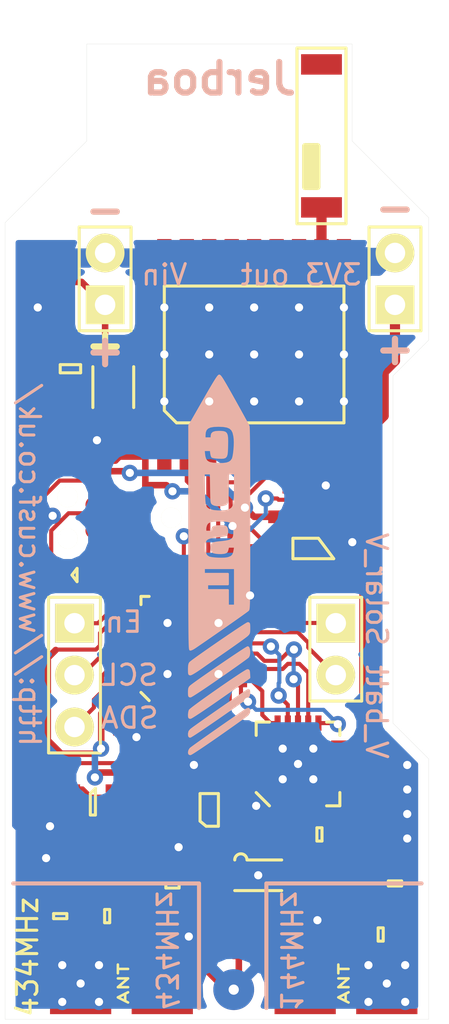
<source format=kicad_pcb>
(kicad_pcb (version 20171130) (host pcbnew "(6.0.0-rc1-dev-1613-ga55d9819b)")
  (layers (0 F.Cu signal) (31 B.Cu signal) (34 B.Paste user) (35 F.Paste user) (36 B.SilkS user) (37 F.SilkS user) (38 B.Mask user) (39 F.Mask user) (44 Edge.Cuts user))
  (net 0 "")
  (net 1 3v3)
  (net 2 /SWDIO)
  (net 3 /NRST)
  (net 4 /SWCLK)
  (net 5 GND)
  (net 6 "Net-(P1-Pad6)")
  (net 7 /I2C_SCL)
  (net 8 /I2C_SDA)
  (net 9 /WSPR_ENABLE)
  (net 10 "Net-(C12-Pad1)")
  (net 11 /SOLAR_CELL_VOLTAGE)
  (net 12 /BATT_V)
  (net 13 "Net-(U1-Pad3)")
  (net 14 "Net-(U1-Pad6)")
  (net 15 /FREQ_CTRL)
  (net 16 /MCU_SHUTDOWN_TO_RADIO)
  (net 17 /MCU_nIRQ_TO_RADIO)
  (net 18 /SI4460_NSS)
  (net 19 /MCU_SCK)
  (net 20 /MCU_MISO)
  (net 21 /MCU_MOSI)
  (net 22 /GPS_~RESET)
  (net 23 /TX_GPS_from_MCU)
  (net 24 /RX_GPS_from_MCU)
  (net 25 "Net-(U1-Pad22)")
  (net 26 "Net-(U1-Pad26)")
  (net 27 "Net-(U1-Pad27)")
  (net 28 "Net-(R6-Pad1)")
  (net 29 "Net-(C20-Pad1)")
  (net 30 "Net-(IC3-Pad5)")
  (net 31 "Net-(IC3-Pad7)")
  (net 32 "Net-(IC3-Pad9)")
  (net 33 "Net-(IC3-Pad10)")
  (net 34 "Net-(IC3-Pad16)")
  (net 35 "Net-(IC3-Pad19)")
  (net 36 "Net-(IC3-Pad20)")
  (net 37 "Net-(IC2-Pad4)")
  (net 38 "Net-(AE1-Pad2)")
  (net 39 "Net-(IC2-Pad13)")
  (net 40 "Net-(IC2-Pad14)")
  (net 41 "Net-(IC2-Pad15)")
  (net 42 "Net-(IC2-Pad16)")
  (net 43 "Net-(IC2-Pad17)")
  (net 44 "Net-(IC2-Pad18)")
  (net 45 "Net-(D1-Pad2)")
  (net 46 "Net-(C33-Pad2)")
  (net 47 "Net-(C32-Pad2)")
  (net 48 "Net-(C29-Pad2)")
  (net 49 "Net-(C30-Pad1)")
  (net 50 "Net-(C28-Pad1)")
  (net 51 "Net-(C27-Pad1)")
  (net 52 "Net-(C26-Pad1)")
  (net 53 "Net-(C25-Pad1)")
  (net 54 "Net-(C23-Pad2)")
  (net 55 /radio/RADIO_TX_144)
  (net 56 "Net-(C21-Pad2)")
  (net 57 /radio/RADIO_TX_434)
  (net 58 "Net-(C20-Pad2)")
  (net 59 "Net-(C2-Pad1)")
  (net 60 "Net-(Y1-Pad1)")
  (net 61 "Net-(AE1-Pad1)")
  (net 62 "Net-(D2-Pad1)")
  (net 63 "Net-(D3-Pad1)")
  (net 64 3v3_switched)
  (net 65 1v8)
  (net 66 "Net-(C14-Pad1)")
  (net 67 "Net-(C14-Pad2)")
  (net 68 "Net-(IC1-Pad3)")
  (net 69 "Net-(IC1-Pad5)")
  (net 70 "Net-(R4-Pad1)")
  (net 71 /RADIO_PWR_EN)
  (net 72 "Net-(U3-Pad2)")
  (net 73 "Net-(U1-Pad32)")
  (net 74 /GPS_EXTINT)
  (module agg:0402 (layer F.Cu) (at 141.7 128.75 90)
    (fp_text reference C30)
    (fp_text value 8.2pF)
    (pad 2 smd rect (at 0.45 0 90) (size 0.62 0.62) (layers F.Cu F.Paste F.Mask) (net 5 GND))
    (pad 1 smd rect (at -0.45 0 90) (size 0.62 0.62) (layers F.Cu F.Paste F.Mask) (net 49 "Net-(C30-Pad1)"))
  )
  (module agg:SIL-254P-02 (layer F.Cu) (at 157.8 100.2 90)
    (fp_text reference J1)
    (fp_text value CONN_01x02)
    (pad 2 thru_hole circle (at 1.27 0 90) (size 1.9 1.9) (drill 1) (layers *.Cu *.Mask F.SilkS) (net 5 GND))
    (pad 1 thru_hole rect (at -1.27 0 90) (size 1.9 1.9) (drill 1) (layers *.Cu *.Mask F.SilkS) (net 1 3v3))
  )
  (module agg:0402 (layer F.Cu) (at 144.4 119.65 270)
    (fp_text reference R8)
    (fp_text value 4k7)
    (pad 2 smd rect (at 0.45 0 270) (size 0.62 0.62) (layers F.Cu F.Paste F.Mask) (net 1 3v3))
    (pad 1 smd rect (at -0.45 0 270) (size 0.62 0.62) (layers F.Cu F.Paste F.Mask) (net 8 /I2C_SDA))
  )
  (module agg:QFN-32-EP-ST (layer F.Cu) (at 147.905905 118.297128 90)
    (fp_text reference U1)
    (fp_text value STM32L051K8U6)
    (pad 1 smd rect (at -2.35 -1.75 90) (size 0.6 0.3) (layers F.Cu F.Paste F.Mask) (net 1 3v3))
    (pad 2 smd rect (at -2.35 -1.25 90) (size 0.6 0.3) (layers F.Cu F.Paste F.Mask) (net 5 GND))
    (pad 3 smd rect (at -2.35 -0.75 90) (size 0.6 0.3) (layers F.Cu F.Paste F.Mask) (net 13 "Net-(U1-Pad3)"))
    (pad 4 smd rect (at -2.35 -0.25 90) (size 0.6 0.3) (layers F.Cu F.Paste F.Mask) (net 3 /NRST))
    (pad 5 smd rect (at -2.35 0.25 90) (size 0.6 0.3) (layers F.Cu F.Paste F.Mask) (net 1 3v3))
    (pad 6 smd rect (at -2.35 0.75 90) (size 0.6 0.3) (layers F.Cu F.Paste F.Mask) (net 14 "Net-(U1-Pad6)"))
    (pad 7 smd rect (at -2.35 1.25 90) (size 0.6 0.3) (layers F.Cu F.Paste F.Mask) (net 15 /FREQ_CTRL))
    (pad 8 smd rect (at -2.35 1.75 90) (size 0.6 0.3) (layers F.Cu F.Paste F.Mask) (net 16 /MCU_SHUTDOWN_TO_RADIO))
    (pad 9 smd rect (at -1.75 2.35 90) (size 0.3 0.6) (layers F.Cu F.Paste F.Mask) (net 17 /MCU_nIRQ_TO_RADIO))
    (pad 10 smd rect (at -1.25 2.35 90) (size 0.3 0.6) (layers F.Cu F.Paste F.Mask) (net 18 /SI4460_NSS))
    (pad 11 smd rect (at -0.75 2.35 90) (size 0.3 0.6) (layers F.Cu F.Paste F.Mask) (net 19 /MCU_SCK))
    (pad 12 smd rect (at -0.25 2.35 90) (size 0.3 0.6) (layers F.Cu F.Paste F.Mask) (net 20 /MCU_MISO))
    (pad 13 smd rect (at 0.25 2.35 90) (size 0.3 0.6) (layers F.Cu F.Paste F.Mask) (net 21 /MCU_MOSI))
    (pad 14 smd rect (at 0.75 2.35 90) (size 0.3 0.6) (layers F.Cu F.Paste F.Mask) (net 12 /BATT_V))
    (pad 15 smd rect (at 1.25 2.35 90) (size 0.3 0.6) (layers F.Cu F.Paste F.Mask) (net 11 /SOLAR_CELL_VOLTAGE))
    (pad 16 smd rect (at 1.75 2.35 90) (size 0.3 0.6) (layers F.Cu F.Paste F.Mask) (net 71 /RADIO_PWR_EN))
    (pad 17 smd rect (at 2.35 1.75 90) (size 0.6 0.3) (layers F.Cu F.Paste F.Mask) (net 1 3v3))
    (pad 18 smd rect (at 2.35 1.25 90) (size 0.6 0.3) (layers F.Cu F.Paste F.Mask) (net 74 /GPS_EXTINT))
    (pad 19 smd rect (at 2.35 0.75 90) (size 0.6 0.3) (layers F.Cu F.Paste F.Mask) (net 23 /TX_GPS_from_MCU))
    (pad 20 smd rect (at 2.35 0.25 90) (size 0.6 0.3) (layers F.Cu F.Paste F.Mask) (net 24 /RX_GPS_from_MCU))
    (pad 21 smd rect (at 2.35 -0.25 90) (size 0.6 0.3) (layers F.Cu F.Paste F.Mask) (net 22 /GPS_~RESET))
    (pad 22 smd rect (at 2.35 -0.75 90) (size 0.6 0.3) (layers F.Cu F.Paste F.Mask) (net 25 "Net-(U1-Pad22)"))
    (pad 23 smd rect (at 2.35 -1.25 90) (size 0.6 0.3) (layers F.Cu F.Paste F.Mask) (net 2 /SWDIO))
    (pad 24 smd rect (at 2.35 -1.75 90) (size 0.6 0.3) (layers F.Cu F.Paste F.Mask) (net 4 /SWCLK))
    (pad 25 smd rect (at 1.75 -2.35 90) (size 0.3 0.6) (layers F.Cu F.Paste F.Mask) (net 28 "Net-(R6-Pad1)"))
    (pad 26 smd rect (at 1.25 -2.35 90) (size 0.3 0.6) (layers F.Cu F.Paste F.Mask) (net 26 "Net-(U1-Pad26)"))
    (pad 27 smd rect (at 0.75 -2.35 90) (size 0.3 0.6) (layers F.Cu F.Paste F.Mask) (net 27 "Net-(U1-Pad27)"))
    (pad 28 smd rect (at 0.25 -2.35 90) (size 0.3 0.6) (layers F.Cu F.Paste F.Mask) (net 9 /WSPR_ENABLE))
    (pad 29 smd rect (at -0.25 -2.35 90) (size 0.3 0.6) (layers F.Cu F.Paste F.Mask) (net 7 /I2C_SCL))
    (pad 30 smd rect (at -0.75 -2.35 90) (size 0.3 0.6) (layers F.Cu F.Paste F.Mask) (net 8 /I2C_SDA))
    (pad 31 smd rect (at -1.25 -2.35 90) (size 0.3 0.6) (layers F.Cu F.Paste F.Mask) (net 5 GND))
    (pad 32 smd rect (at -1.75 -2.35 90) (size 0.3 0.6) (layers F.Cu F.Paste F.Mask) (net 73 "Net-(U1-Pad32)"))
    (pad EP thru_hole circle (at -1.25 -1.25 90) (size 0.6 0.6) (drill 0.4) (layers *.Cu) (net 5 GND))
    (pad EP thru_hole circle (at -1.25 1.25 90) (size 0.6 0.6) (drill 0.4) (layers *.Cu) (net 5 GND))
    (pad EP thru_hole circle (at 1.25 -1.25 90) (size 0.6 0.6) (drill 0.4) (layers *.Cu) (net 5 GND))
    (pad EP thru_hole circle (at 1.25 1.25 90) (size 0.6 0.6) (drill 0.4) (layers *.Cu) (net 5 GND))
    (pad EP smd rect (at 0 0 90) (size 3.45 3.45) (layers F.Cu) (net 5 GND))
  )
  (module Jerboa:1575AT43A0040E (layer F.Cu) (at 154.2 93.2 270)
    (fp_text reference AE1)
    (fp_text value Antenna_Chip)
    (pad 2 smd rect (at 3.5 0 270) (size 1 2) (layers F.Cu F.Paste F.Mask) (net 38 "Net-(AE1-Pad2)"))
    (pad 1 smd rect (at -3.5 0 270) (size 1 2) (layers F.Cu F.Paste F.Mask) (net 61 "Net-(AE1-Pad1)"))
  )
  (module agg:0402 (layer F.Cu) (at 144.45 108.1 180)
    (fp_text reference C1)
    (fp_text value 10uF)
    (pad 1 smd rect (at -0.45 0 180) (size 0.62 0.62) (layers F.Cu F.Paste F.Mask) (net 1 3v3))
    (pad 2 smd rect (at 0.45 0 180) (size 0.62 0.62) (layers F.Cu F.Paste F.Mask) (net 5 GND))
  )
  (module agg:0402 (layer F.Cu) (at 151.9 112.3 90)
    (fp_text reference C2)
    (fp_text value 470pF)
    (pad 2 smd rect (at 0.45 0 90) (size 0.62 0.62) (layers F.Cu F.Paste F.Mask) (net 64 3v3_switched))
    (pad 1 smd rect (at -0.45 0 90) (size 0.62 0.62) (layers F.Cu F.Paste F.Mask) (net 59 "Net-(C2-Pad1)"))
  )
  (module agg:0402 (layer F.Cu) (at 140.4 125.65 90)
    (fp_text reference C3)
    (fp_text value 1uF)
    (pad 2 smd rect (at 0.45 0 90) (size 0.62 0.62) (layers F.Cu F.Paste F.Mask) (net 64 3v3_switched))
    (pad 1 smd rect (at -0.45 0 90) (size 0.62 0.62) (layers F.Cu F.Paste F.Mask) (net 5 GND))
  )
  (module agg:0402 (layer F.Cu) (at 145.9 127.6)
    (fp_text reference C4)
    (fp_text value 1uF)
    (pad 1 smd rect (at -0.45 0) (size 0.62 0.62) (layers F.Cu F.Paste F.Mask) (net 65 1v8))
    (pad 2 smd rect (at 0.45 0) (size 0.62 0.62) (layers F.Cu F.Paste F.Mask) (net 5 GND))
  )
  (module agg:0402 (layer F.Cu) (at 150.2 113.5 180)
    (fp_text reference C5)
    (fp_text value 10uF)
    (pad 1 smd rect (at -0.45 0 180) (size 0.62 0.62) (layers F.Cu F.Paste F.Mask) (net 5 GND))
    (pad 2 smd rect (at 0.45 0 180) (size 0.62 0.62) (layers F.Cu F.Paste F.Mask) (net 1 3v3))
  )
  (module agg:0402 (layer F.Cu) (at 144.3 121.8 90)
    (fp_text reference C6)
    (fp_text value 100nF)
    (pad 1 smd rect (at -0.45 0 90) (size 0.62 0.62) (layers F.Cu F.Paste F.Mask) (net 5 GND))
    (pad 2 smd rect (at 0.45 0 90) (size 0.62 0.62) (layers F.Cu F.Paste F.Mask) (net 1 3v3))
  )
  (module agg:0402 (layer F.Cu) (at 146.8 123.5 90)
    (fp_text reference C7)
    (fp_text value 1uF)
    (pad 2 smd rect (at 0.45 0 90) (size 0.62 0.62) (layers F.Cu F.Paste F.Mask) (net 1 3v3))
    (pad 1 smd rect (at -0.45 0 90) (size 0.62 0.62) (layers F.Cu F.Paste F.Mask) (net 5 GND))
  )
  (module agg:0402 (layer F.Cu) (at 150.2 114.7 180)
    (fp_text reference C8)
    (fp_text value 100nF)
    (pad 2 smd rect (at 0.45 0 180) (size 0.62 0.62) (layers F.Cu F.Paste F.Mask) (net 1 3v3))
    (pad 1 smd rect (at -0.45 0 180) (size 0.62 0.62) (layers F.Cu F.Paste F.Mask) (net 5 GND))
  )
  (module agg:0402 (layer F.Cu) (at 148 122.3 90)
    (fp_text reference C9)
    (fp_text value 100nF)
    (pad 2 smd rect (at 0.45 0 90) (size 0.62 0.62) (layers F.Cu F.Paste F.Mask) (net 1 3v3))
    (pad 1 smd rect (at -0.45 0 90) (size 0.62 0.62) (layers F.Cu F.Paste F.Mask) (net 5 GND))
  )
  (module agg:0402 (layer F.Cu) (at 146 121.8 180)
    (fp_text reference C10)
    (fp_text value 100nF)
    (pad 1 smd rect (at -0.45 0 180) (size 0.62 0.62) (layers F.Cu F.Paste F.Mask) (net 3 /NRST))
    (pad 2 smd rect (at 0.45 0 180) (size 0.62 0.62) (layers F.Cu F.Paste F.Mask) (net 5 GND))
  )
  (module agg:0402 (layer F.Cu) (at 141.8 108.1 180)
    (fp_text reference C11)
    (fp_text value 100nF)
    (pad 1 smd rect (at -0.45 0 180) (size 0.62 0.62) (layers F.Cu F.Paste F.Mask) (net 5 GND))
    (pad 2 smd rect (at 0.45 0 180) (size 0.62 0.62) (layers F.Cu F.Paste F.Mask) (net 1 3v3))
  )
  (module agg:0402 (layer F.Cu) (at 141.4 99.9 90)
    (fp_text reference C12)
    (fp_text value 10uF)
    (pad 1 smd rect (at -0.45 0 90) (size 0.62 0.62) (layers F.Cu F.Paste F.Mask) (net 10 "Net-(C12-Pad1)"))
    (pad 2 smd rect (at 0.45 0 90) (size 0.62 0.62) (layers F.Cu F.Paste F.Mask) (net 5 GND))
  )
  (module agg:0402 (layer F.Cu) (at 145.9 126.4 180)
    (fp_text reference C13)
    (fp_text value 10nF)
    (pad 1 smd rect (at -0.45 0 180) (size 0.62 0.62) (layers F.Cu F.Paste F.Mask) (net 5 GND))
    (pad 2 smd rect (at 0.45 0 180) (size 0.62 0.62) (layers F.Cu F.Paste F.Mask) (net 65 1v8))
  )
  (module agg:0402 (layer F.Cu) (at 149.8 123.5 90)
    (fp_text reference C14)
    (fp_text value 100pF)
    (pad 2 smd rect (at 0.45 0 90) (size 0.62 0.62) (layers F.Cu F.Paste F.Mask) (net 67 "Net-(C14-Pad2)"))
    (pad 1 smd rect (at -0.45 0 90) (size 0.62 0.62) (layers F.Cu F.Paste F.Mask) (net 66 "Net-(C14-Pad1)"))
  )
  (module agg:0402 (layer F.Cu) (at 153.05 110.4)
    (fp_text reference C16)
    (fp_text value 100nF)
    (pad 1 smd rect (at -0.45 0) (size 0.62 0.62) (layers F.Cu F.Paste F.Mask) (net 1 3v3))
    (pad 2 smd rect (at 0.45 0) (size 0.62 0.62) (layers F.Cu F.Paste F.Mask) (net 5 GND))
  )
  (module agg:0402 (layer F.Cu) (at 157 124 180)
    (fp_text reference C17)
    (fp_text value 100pF)
    (pad 2 smd rect (at 0.45 0 180) (size 0.62 0.62) (layers F.Cu F.Paste F.Mask) (net 64 3v3_switched))
    (pad 1 smd rect (at -0.45 0 180) (size 0.62 0.62) (layers F.Cu F.Paste F.Mask) (net 5 GND))
  )
  (module agg:0402 (layer F.Cu) (at 157 125.2 180)
    (fp_text reference C18)
    (fp_text value 100nF)
    (pad 2 smd rect (at 0.45 0 180) (size 0.62 0.62) (layers F.Cu F.Paste F.Mask) (net 64 3v3_switched))
    (pad 1 smd rect (at -0.45 0 180) (size 0.62 0.62) (layers F.Cu F.Paste F.Mask) (net 5 GND))
  )
  (module agg:0402 (layer F.Cu) (at 157 126.4 180)
    (fp_text reference C19)
    (fp_text value 1uF)
    (pad 2 smd rect (at 0.45 0 180) (size 0.62 0.62) (layers F.Cu F.Paste F.Mask) (net 64 3v3_switched))
    (pad 1 smd rect (at -0.45 0 180) (size 0.62 0.62) (layers F.Cu F.Paste F.Mask) (net 5 GND))
  )
  (module agg:0402 (layer F.Cu) (at 153.5 128.8 180)
    (fp_text reference C20)
    (fp_text value 10nF)
    (pad 2 smd rect (at 0.45 0 180) (size 0.62 0.62) (layers F.Cu F.Paste F.Mask) (net 58 "Net-(C20-Pad2)"))
    (pad 1 smd rect (at -0.45 0 180) (size 0.62 0.62) (layers F.Cu F.Paste F.Mask) (net 29 "Net-(C20-Pad1)"))
  )
  (module agg:0402 (layer F.Cu) (at 148.7 129 180)
    (fp_text reference C21)
    (fp_text value 18pF)
    (pad 1 smd rect (at -0.45 0 180) (size 0.62 0.62) (layers F.Cu F.Paste F.Mask) (net 57 /radio/RADIO_TX_434))
    (pad 2 smd rect (at 0.45 0 180) (size 0.62 0.62) (layers F.Cu F.Paste F.Mask) (net 56 "Net-(C21-Pad2)"))
  )
  (module agg:0402 (layer F.Cu) (at 148.7 130.2 180)
    (fp_text reference C23)
    (fp_text value 39pF)
    (pad 2 smd rect (at 0.45 0 180) (size 0.62 0.62) (layers F.Cu F.Paste F.Mask) (net 54 "Net-(C23-Pad2)"))
    (pad 1 smd rect (at -0.45 0 180) (size 0.62 0.62) (layers F.Cu F.Paste F.Mask) (net 55 /radio/RADIO_TX_144))
  )
  (module agg:0402 (layer F.Cu) (at 145.5 129.5 90)
    (fp_text reference C25)
    (fp_text value 8.2pF)
    (pad 1 smd rect (at -0.45 0 90) (size 0.62 0.62) (layers F.Cu F.Paste F.Mask) (net 53 "Net-(C25-Pad1)"))
    (pad 2 smd rect (at 0.45 0 90) (size 0.62 0.62) (layers F.Cu F.Paste F.Mask) (net 5 GND))
  )
  (module agg:0402 (layer F.Cu) (at 148.7 133.1 270)
    (fp_text reference C26)
    (fp_text value 6.8pF)
    (pad 1 smd rect (at -0.45 0 270) (size 0.62 0.62) (layers F.Cu F.Paste F.Mask) (net 52 "Net-(C26-Pad1)"))
    (pad 2 smd rect (at 0.45 0 270) (size 0.62 0.62) (layers F.Cu F.Paste F.Mask) (net 5 GND))
  )
  (module agg:0402 (layer F.Cu) (at 144.1 127.8)
    (fp_text reference C27)
    (fp_text value 15pF)
    (pad 2 smd rect (at 0.45 0) (size 0.62 0.62) (layers F.Cu F.Paste F.Mask) (net 5 GND))
    (pad 1 smd rect (at -0.45 0) (size 0.62 0.62) (layers F.Cu F.Paste F.Mask) (net 51 "Net-(C27-Pad1)"))
  )
  (module agg:0402 (layer F.Cu) (at 150.6 133.2 180)
    (fp_text reference C28)
    (fp_text value 18pF)
    (pad 2 smd rect (at 0.45 0 180) (size 0.62 0.62) (layers F.Cu F.Paste F.Mask) (net 5 GND))
    (pad 1 smd rect (at -0.45 0 180) (size 0.62 0.62) (layers F.Cu F.Paste F.Mask) (net 50 "Net-(C28-Pad1)"))
  )
  (module agg:0402 (layer F.Cu) (at 152.8 131.5 90)
    (fp_text reference C29)
    (fp_text value 3pF)
    (pad 2 smd rect (at 0.45 0 90) (size 0.62 0.62) (layers F.Cu F.Paste F.Mask) (net 48 "Net-(C29-Pad2)"))
    (pad 1 smd rect (at -0.45 0 90) (size 0.62 0.62) (layers F.Cu F.Paste F.Mask) (net 50 "Net-(C28-Pad1)"))
  )
  (module agg:0402 (layer F.Cu) (at 157 127.6)
    (fp_text reference C31)
    (fp_text value 18pF)
    (pad 1 smd rect (at -0.45 0) (size 0.62 0.62) (layers F.Cu F.Paste F.Mask) (net 48 "Net-(C29-Pad2)"))
    (pad 2 smd rect (at 0.45 0) (size 0.62 0.62) (layers F.Cu F.Paste F.Mask) (net 5 GND))
  )
  (module agg:0402 (layer F.Cu) (at 155.9 128.8)
    (fp_text reference C32)
    (fp_text value 2pF)
    (pad 2 smd rect (at 0.45 0) (size 0.62 0.62) (layers F.Cu F.Paste F.Mask) (net 47 "Net-(C32-Pad2)"))
    (pad 1 smd rect (at -0.45 0) (size 0.62 0.62) (layers F.Cu F.Paste F.Mask) (net 48 "Net-(C29-Pad2)"))
  )
  (module agg:0402 (layer F.Cu) (at 156.4 130.5 270)
    (fp_text reference C33)
    (fp_text value 470pF)
    (pad 1 smd rect (at -0.45 0 270) (size 0.62 0.62) (layers F.Cu F.Paste F.Mask) (net 47 "Net-(C32-Pad2)"))
    (pad 2 smd rect (at 0.45 0 270) (size 0.62 0.62) (layers F.Cu F.Paste F.Mask) (net 46 "Net-(C33-Pad2)"))
  )
  (module agg:0603 (layer F.Cu) (at 157.8 129.8 90)
    (fp_text reference C34)
    (fp_text value C)
    (pad 2 smd rect (at 0.8 0 90) (size 0.95 1) (layers F.Cu F.Paste F.Mask) (net 5 GND))
    (pad 1 smd rect (at -0.8 0 90) (size 0.95 1) (layers F.Cu F.Paste F.Mask) (net 46 "Net-(C33-Pad2)"))
  )
  (module agg:0603 (layer F.Cu) (at 141.4 131.4 270)
    (fp_text reference C35)
    (fp_text value C)
    (pad 2 smd rect (at 0.8 0 270) (size 0.95 1) (layers F.Cu F.Paste F.Mask) (net 5 GND))
    (pad 1 smd rect (at -0.8 0 270) (size 0.95 1) (layers F.Cu F.Paste F.Mask) (net 49 "Net-(C30-Pad1)"))
  )
  (module agg:0603-LED (layer F.Cu) (at 142.1 114.7)
    (fp_text reference D1)
    (fp_text value LED_GREEN)
    (pad 1 smd rect (at -0.8 0) (size 0.95 1) (layers F.Cu F.Paste F.Mask) (net 5 GND))
    (pad 2 smd rect (at 0.8 0) (size 0.95 1) (layers F.Cu F.Paste F.Mask) (net 45 "Net-(D1-Pad2)"))
  )
  (module agg:0402 (layer F.Cu) (at 146.3 132.1)
    (fp_text reference D2)
    (fp_text value ESD_DIODE)
    (pad 1 smd rect (at -0.45 0) (size 0.62 0.62) (layers F.Cu F.Paste F.Mask) (net 62 "Net-(D2-Pad1)"))
    (pad 2 smd rect (at 0.45 0) (size 0.62 0.62) (layers F.Cu F.Paste F.Mask) (net 5 GND))
  )
  (module agg:0402 (layer F.Cu) (at 154.5 132.5 180)
    (fp_text reference D3)
    (fp_text value ESD_DIODE)
    (pad 1 smd rect (at -0.45 0 180) (size 0.62 0.62) (layers F.Cu F.Paste F.Mask) (net 63 "Net-(D3-Pad1)"))
    (pad 2 smd rect (at 0.45 0 180) (size 0.62 0.62) (layers F.Cu F.Paste F.Mask) (net 5 GND))
  )
  (module agg:MAX-M8Q (layer F.Cu) (at 150.9 103.9 90)
    (fp_text reference IC2)
    (fp_text value MAX-M8Q)
    (pad 18 smd rect (at 4.75 -4.4 90) (size 1.8 0.7) (layers F.Cu F.Paste F.Mask) (net 44 "Net-(IC2-Pad18)"))
    (pad 17 smd rect (at 4.75 -3.3 90) (size 1.8 0.7) (layers F.Cu F.Paste F.Mask) (net 43 "Net-(IC2-Pad17)"))
    (pad 16 smd rect (at 4.75 -2.2 90) (size 1.8 0.7) (layers F.Cu F.Paste F.Mask) (net 42 "Net-(IC2-Pad16)"))
    (pad 15 smd rect (at 4.75 -1.1 90) (size 1.8 0.7) (layers F.Cu F.Paste F.Mask) (net 41 "Net-(IC2-Pad15)"))
    (pad 14 smd rect (at 4.75 0 90) (size 1.8 0.7) (layers F.Cu F.Paste F.Mask) (net 40 "Net-(IC2-Pad14)"))
    (pad 13 smd rect (at 4.75 1.1 90) (size 1.8 0.7) (layers F.Cu F.Paste F.Mask) (net 39 "Net-(IC2-Pad13)"))
    (pad 12 smd rect (at 4.75 2.2 90) (size 1.8 0.7) (layers F.Cu F.Paste F.Mask) (net 5 GND))
    (pad 11 smd rect (at 4.75 3.3 90) (size 1.8 0.7) (layers F.Cu F.Paste F.Mask) (net 38 "Net-(AE1-Pad2)"))
    (pad 10 smd rect (at 4.75 4.4 90) (size 1.8 0.7) (layers F.Cu F.Paste F.Mask) (net 5 GND))
    (pad 9 smd rect (at -4.75 4.4 90) (size 1.8 0.7) (layers F.Cu F.Paste F.Mask) (net 22 /GPS_~RESET))
    (pad 8 smd rect (at -4.75 3.3 90) (size 1.8 0.7) (layers F.Cu F.Paste F.Mask) (net 1 3v3))
    (pad 7 smd rect (at -4.75 2.2 90) (size 1.8 0.7) (layers F.Cu F.Paste F.Mask) (net 1 3v3))
    (pad 6 smd rect (at -4.75 1.1 90) (size 1.8 0.7) (layers F.Cu F.Paste F.Mask) (net 1 3v3))
    (pad 5 smd rect (at -4.75 0 90) (size 1.8 0.7) (layers F.Cu F.Paste F.Mask) (net 74 /GPS_EXTINT))
    (pad 4 smd rect (at -4.75 -1.1 90) (size 1.8 0.7) (layers F.Cu F.Paste F.Mask) (net 37 "Net-(IC2-Pad4)"))
    (pad 3 smd rect (at -4.75 -2.2 90) (size 1.8 0.7) (layers F.Cu F.Paste F.Mask) (net 23 /TX_GPS_from_MCU))
    (pad 2 smd rect (at -4.75 -3.3 90) (size 1.8 0.7) (layers F.Cu F.Paste F.Mask) (net 24 /RX_GPS_from_MCU))
    (pad 1 smd rect (at -4.75 -4.4 90) (size 1.8 0.7) (layers F.Cu F.Paste F.Mask) (net 5 GND))
  )
  (module agg:QFN-20-EP-SI (layer F.Cu) (at 153.05 123.95 90)
    (fp_text reference IC3)
    (fp_text value Si4460)
    (pad 1 smd rect (at -2 -1 90) (size 0.75 0.3) (layers F.Cu F.Paste F.Mask) (net 16 /MCU_SHUTDOWN_TO_RADIO))
    (pad 2 smd rect (at -2 -0.5 90) (size 0.75 0.3) (layers F.Cu F.Paste F.Mask) (net 5 GND))
    (pad 3 smd rect (at -2 0 90) (size 0.75 0.3) (layers F.Cu F.Paste F.Mask) (net 5 GND))
    (pad 4 smd rect (at -2 0.5 90) (size 0.75 0.3) (layers F.Cu F.Paste F.Mask) (net 29 "Net-(C20-Pad1)"))
    (pad 5 smd rect (at -2 1 90) (size 0.75 0.3) (layers F.Cu F.Paste F.Mask) (net 30 "Net-(IC3-Pad5)"))
    (pad 6 smd rect (at -1 2 90) (size 0.3 0.75) (layers F.Cu F.Paste F.Mask) (net 64 3v3_switched))
    (pad 7 smd rect (at -0.5 2 90) (size 0.3 0.75) (layers F.Cu F.Paste F.Mask) (net 31 "Net-(IC3-Pad7)"))
    (pad 8 smd rect (at 0 2 90) (size 0.3 0.75) (layers F.Cu F.Paste F.Mask) (net 64 3v3_switched))
    (pad 9 smd rect (at 0.5 2 90) (size 0.3 0.75) (layers F.Cu F.Paste F.Mask) (net 32 "Net-(IC3-Pad9)"))
    (pad 10 smd rect (at 1 2 90) (size 0.3 0.75) (layers F.Cu F.Paste F.Mask) (net 33 "Net-(IC3-Pad10)"))
    (pad 11 smd rect (at 2 1 90) (size 0.75 0.3) (layers F.Cu F.Paste F.Mask) (net 17 /MCU_nIRQ_TO_RADIO))
    (pad 12 smd rect (at 2 0.5 90) (size 0.75 0.3) (layers F.Cu F.Paste F.Mask) (net 19 /MCU_SCK))
    (pad 13 smd rect (at 2 0 90) (size 0.75 0.3) (layers F.Cu F.Paste F.Mask) (net 20 /MCU_MISO))
    (pad 14 smd rect (at 2 -0.5 90) (size 0.75 0.3) (layers F.Cu F.Paste F.Mask) (net 21 /MCU_MOSI))
    (pad 15 smd rect (at 2 -1 90) (size 0.75 0.3) (layers F.Cu F.Paste F.Mask) (net 18 /SI4460_NSS))
    (pad 16 smd rect (at 1 -2 90) (size 0.3 0.75) (layers F.Cu F.Paste F.Mask) (net 34 "Net-(IC3-Pad16)"))
    (pad 17 smd rect (at 0.5 -2 90) (size 0.3 0.75) (layers F.Cu F.Paste F.Mask) (net 67 "Net-(C14-Pad2)"))
    (pad 18 smd rect (at 0 -2 90) (size 0.3 0.75) (layers F.Cu F.Paste F.Mask) (net 5 GND))
    (pad 19 smd rect (at -0.5 -2 90) (size 0.3 0.75) (layers F.Cu F.Paste F.Mask) (net 35 "Net-(IC3-Pad19)"))
    (pad 20 smd rect (at -1 -2 90) (size 0.3 0.75) (layers F.Cu F.Paste F.Mask) (net 36 "Net-(IC3-Pad20)"))
    (pad EP smd rect (at 0 0 90) (size 2.6 2.6) (layers F.Cu F.Mask) (net 5 GND))
  )
  (module agg:TSLP7-4 (layer F.Cu) (at 151.1 129.4)
    (fp_text reference IC4)
    (fp_text value BGS12AL7)
    (pad EP smd rect (at 0 0) (size 1.1 1.4) (layers F.Cu) (net 5 GND))
    (pad 6 smd rect (at 0.95 -0.55) (size 0.3 0.3) (layers F.Cu F.Paste F.Mask) (net 15 /FREQ_CTRL))
    (pad 5 smd rect (at 0.95 0) (size 0.3 0.3) (layers F.Cu F.Paste F.Mask) (net 58 "Net-(C20-Pad2)"))
    (pad 4 smd rect (at 0.95 0.55) (size 0.3 0.3) (layers F.Cu F.Paste F.Mask) (net 64 3v3_switched))
    (pad 3 smd rect (at -0.95 0.55) (size 0.3 0.3) (layers F.Cu F.Paste F.Mask) (net 55 /radio/RADIO_TX_144))
    (pad 2 smd rect (at -0.95 0) (size 0.3 0.3) (layers F.Cu F.Paste F.Mask) (net 5 GND))
    (pad 1 smd rect (at -0.95 -0.55) (size 0.3 0.3) (layers F.Cu F.Paste F.Mask) (net 57 /radio/RADIO_TX_434))
  )
  (module agg:SIL-254P-03 (layer F.Cu) (at 142.1 119.6 270)
    (fp_text reference J2)
    (fp_text value CONN_01x03)
    (pad 1 thru_hole rect (at -2.54 0 270) (size 1.9 1.9) (drill 1) (layers *.Cu *.Mask F.SilkS) (net 9 /WSPR_ENABLE))
    (pad 2 thru_hole circle (at 0 0 270) (size 1.9 1.9) (drill 1) (layers *.Cu *.Mask F.SilkS) (net 7 /I2C_SCL))
    (pad 3 thru_hole circle (at 2.54 0 270) (size 1.9 1.9) (drill 1) (layers *.Cu *.Mask F.SilkS) (net 8 /I2C_SDA))
  )
  (module agg:SIL-254P-02 (layer F.Cu) (at 143.6 100.2 90)
    (fp_text reference J3)
    (fp_text value CONN_01x02)
    (pad 1 thru_hole rect (at -1.27 0 90) (size 1.9 1.9) (drill 1) (layers *.Cu *.Mask F.SilkS) (net 10 "Net-(C12-Pad1)"))
    (pad 2 thru_hole circle (at 1.27 0 90) (size 1.9 1.9) (drill 1) (layers *.Cu *.Mask F.SilkS) (net 5 GND))
  )
  (module agg:SIL-254P-02 (layer F.Cu) (at 154.9 118.33 270)
    (fp_text reference J4)
    (fp_text value CONN_01x02)
    (pad 2 thru_hole circle (at 1.27 0 270) (size 1.9 1.9) (drill 1) (layers *.Cu *.Mask F.SilkS) (net 12 /BATT_V))
    (pad 1 thru_hole rect (at -1.27 0 270) (size 1.9 1.9) (drill 1) (layers *.Cu *.Mask F.SilkS) (net 11 /SOLAR_CELL_VOLTAGE))
  )
  (module agg:0603 (layer F.Cu) (at 154.1 127.4 180)
    (fp_text reference L2)
    (fp_text value 250nH)
    (pad 2 smd rect (at 0.8 0 180) (size 0.95 1) (layers F.Cu F.Paste F.Mask) (net 29 "Net-(C20-Pad1)"))
    (pad 1 smd rect (at -0.8 0 180) (size 0.95 1) (layers F.Cu F.Paste F.Mask) (net 64 3v3_switched))
  )
  (module agg:0402 (layer F.Cu) (at 150.4 131.5 270)
    (fp_text reference L3)
    (fp_text value 100nH)
    (pad 1 smd rect (at -0.45 0 270) (size 0.62 0.62) (layers F.Cu F.Paste F.Mask) (net 52 "Net-(C26-Pad1)"))
    (pad 2 smd rect (at 0.45 0 270) (size 0.62 0.62) (layers F.Cu F.Paste F.Mask) (net 50 "Net-(C28-Pad1)"))
  )
  (module agg:0603 (layer F.Cu) (at 146.9 129.9 270)
    (fp_text reference L4)
    (fp_text value 56nH)
    (pad 1 smd rect (at -0.8 0 270) (size 0.95 1) (layers F.Cu F.Paste F.Mask) (net 56 "Net-(C21-Pad2)"))
    (pad 2 smd rect (at 0.8 0 270) (size 0.95 1) (layers F.Cu F.Paste F.Mask) (net 53 "Net-(C25-Pad1)"))
  )
  (module agg:0402 (layer F.Cu) (at 148.7 131.4)
    (fp_text reference L6)
    (fp_text value 22nH)
    (pad 2 smd rect (at 0.45 0) (size 0.62 0.62) (layers F.Cu F.Paste F.Mask) (net 52 "Net-(C26-Pad1)"))
    (pad 1 smd rect (at -0.45 0) (size 0.62 0.62) (layers F.Cu F.Paste F.Mask) (net 54 "Net-(C23-Pad2)"))
  )
  (module agg:0402 (layer F.Cu) (at 144.3 129.5 90)
    (fp_text reference L7)
    (fp_text value 18nH)
    (pad 1 smd rect (at -0.45 0 90) (size 0.62 0.62) (layers F.Cu F.Paste F.Mask) (net 53 "Net-(C25-Pad1)"))
    (pad 2 smd rect (at 0.45 0 90) (size 0.62 0.62) (layers F.Cu F.Paste F.Mask) (net 51 "Net-(C27-Pad1)"))
  )
  (module agg:0402 (layer F.Cu) (at 142.9 129.5 270)
    (fp_text reference L10)
    (fp_text value 18nH)
    (pad 1 smd rect (at -0.45 0 270) (size 0.62 0.62) (layers F.Cu F.Paste F.Mask) (net 51 "Net-(C27-Pad1)"))
    (pad 2 smd rect (at 0.45 0 270) (size 0.62 0.62) (layers F.Cu F.Paste F.Mask) (net 49 "Net-(C30-Pad1)"))
  )
  (module agg:0402 (layer F.Cu) (at 151.6 131.5 90)
    (fp_text reference L11)
    (fp_text value 68nH)
    (pad 1 smd rect (at -0.45 0 90) (size 0.62 0.62) (layers F.Cu F.Paste F.Mask) (net 50 "Net-(C28-Pad1)"))
    (pad 2 smd rect (at 0.45 0 90) (size 0.62 0.62) (layers F.Cu F.Paste F.Mask) (net 48 "Net-(C29-Pad2)"))
  )
  (module agg:0402 (layer F.Cu) (at 154.6 130.6)
    (fp_text reference L12)
    (fp_text value 47nH)
    (pad 2 smd rect (at 0.45 0) (size 0.62 0.62) (layers F.Cu F.Paste F.Mask) (net 47 "Net-(C32-Pad2)"))
    (pad 1 smd rect (at -0.45 0) (size 0.62 0.62) (layers F.Cu F.Paste F.Mask) (net 48 "Net-(C29-Pad2)"))
  )
  (module agg:0603 (layer F.Cu) (at 157.1 132.3 180)
    (fp_text reference L13)
    (fp_text value L)
    (pad 1 smd rect (at -0.8 0 180) (size 0.95 1) (layers F.Cu F.Paste F.Mask) (net 46 "Net-(C33-Pad2)"))
    (pad 2 smd rect (at 0.8 0 180) (size 0.95 1) (layers F.Cu F.Paste F.Mask) (net 63 "Net-(D3-Pad1)"))
  )
  (module agg:0603 (layer F.Cu) (at 143.7 131.4)
    (fp_text reference L14)
    (fp_text value L)
    (pad 1 smd rect (at -0.8 0) (size 0.95 1) (layers F.Cu F.Paste F.Mask) (net 49 "Net-(C30-Pad1)"))
    (pad 2 smd rect (at 0.8 0) (size 0.95 1) (layers F.Cu F.Paste F.Mask) (net 62 "Net-(D2-Pad1)"))
  )
  (module agg:TC2030-NL (layer F.Cu) (at 144.3 111.897128 180)
    (fp_text reference P1)
    (fp_text value SWD_TC)
    (pad 1 smd circle (at -1.27 0.64 180) (size 0.787 0.787) (layers F.Cu F.Mask) (net 1 3v3))
    (pad 2 smd circle (at -1.27 -0.63 180) (size 0.787 0.787) (layers F.Cu F.Mask) (net 2 /SWDIO))
    (pad 3 smd circle (at 0 0.64 180) (size 0.787 0.787) (layers F.Cu F.Mask) (net 3 /NRST))
    (pad 4 smd circle (at 0 -0.63 180) (size 0.787 0.787) (layers F.Cu F.Mask) (net 4 /SWCLK))
    (pad 5 smd circle (at 1.27 0.64 180) (size 0.787 0.787) (layers F.Cu F.Mask) (net 5 GND))
    (pad 6 smd circle (at 1.27 -0.63 180) (size 0.787 0.787) (layers F.Cu F.Mask) (net 6 "Net-(P1-Pad6)"))
    (pad "" np_thru_hole circle (at -2.54 0.005 180) (size 1 1) (drill 1) (layers *.Cu *.Mask F.SilkS))
    (pad "" np_thru_hole circle (at 2.54 1.021 180) (size 1 1) (drill 1) (layers *.Cu *.Mask F.SilkS))
    (pad "" np_thru_hole circle (at 2.54 -1.011 180) (size 1 1) (drill 1) (layers *.Cu *.Mask F.SilkS))
  )
  (module Jerboa:GND_PLANE_ANT (layer F.Cu) (at 144.4 134.7 90)
    (fp_text reference P2)
    (fp_text value 434MHz (at 1.3 -4.6 -90) (layer F.SilkS))
    (fp_text user ANT (at 0 0.1 90) (layer F.SilkS) (effects (font (size 0.5 0.75) (thickness 0.125))))
    (pad 2 smd rect (at 0 -2 90) (size 3 3) (layers F.Cu F.Paste F.Mask) (net 5 GND))
    (pad 1 smd rect (at 0 2 90) (size 3 3) (layers F.Cu F.Paste F.Mask) (net 62 "Net-(D2-Pad1)"))
  )
  (module Jerboa:GND_PLANE_ANT (layer F.Cu) (at 155.4 134.7 270)
    (fp_text reference P3)
    (fp_text value 144MHz)
    (fp_text user ANT (at 0 0.1 270) (layer F.SilkS) (effects (font (size 0.5 0.75) (thickness 0.125))))
    (pad 1 smd rect (at 0 2 270) (size 3 3) (layers F.Cu F.Paste F.Mask) (net 63 "Net-(D3-Pad1)"))
    (pad 2 smd rect (at 0 -2 270) (size 3 3) (layers F.Cu F.Paste F.Mask) (net 5 GND))
  )
  (module agg:0402 (layer F.Cu) (at 140.3 106.4 90)
    (fp_text reference R1)
    (fp_text value 953k)
    (pad 1 smd rect (at -0.45 0 90) (size 0.62 0.62) (layers F.Cu F.Paste F.Mask) (net 1 3v3))
    (pad 2 smd rect (at 0.45 0 90) (size 0.62 0.62) (layers F.Cu F.Paste F.Mask) (net 68 "Net-(IC1-Pad3)"))
  )
  (module agg:0402 (layer F.Cu) (at 141.4 102 90)
    (fp_text reference R2)
    (fp_text value 620k)
    (pad 2 smd rect (at 0.45 0 90) (size 0.62 0.62) (layers F.Cu F.Paste F.Mask) (net 5 GND))
    (pad 1 smd rect (at -0.45 0 90) (size 0.62 0.62) (layers F.Cu F.Paste F.Mask) (net 68 "Net-(IC1-Pad3)"))
  )
  (module agg:0402 (layer F.Cu) (at 144.3 117.55 90)
    (fp_text reference R7)
    (fp_text value 4k7)
    (pad 1 smd rect (at -0.45 0 90) (size 0.62 0.62) (layers F.Cu F.Paste F.Mask) (net 7 /I2C_SCL))
    (pad 2 smd rect (at 0.45 0 90) (size 0.62 0.62) (layers F.Cu F.Paste F.Mask) (net 1 3v3))
  )
  (module agg:0402 (layer F.Cu) (at 151.5 127.3 180)
    (fp_text reference R9)
    (fp_text value 1M)
    (pad 2 smd rect (at 0.45 0 180) (size 0.62 0.62) (layers F.Cu F.Paste F.Mask) (net 5 GND))
    (pad 1 smd rect (at -0.45 0 180) (size 0.62 0.62) (layers F.Cu F.Paste F.Mask) (net 16 /MCU_SHUTDOWN_TO_RADIO))
  )
  (module Jerboa:ANT_GND_PASSTHROUGH (layer F.Cu) (at 149.9 135 180)
    (fp_text reference TP1 hide)
    (fp_text value TESTPAD hide)
    (pad 1 thru_hole circle (at 0 0 180) (size 2 2) (drill 0.5) (layers *.Cu *.Mask) (net 5 GND))
  )
  (module agg:M2.5_HOLE (layer F.Cu) (at 149.2 94 180)
    (fp_text reference X1 hide)
    (fp_text value MOUNT hide)
    (pad "" np_thru_hole circle (at 0 0 180) (size 2.75 2.75) (drill 2.75) (layers *.Cu F.Mask))
  )
  (module agg:0402 (layer F.Cu) (at 144.3 115.3 90)
    (fp_text reference R6)
    (fp_text value 120)
    (pad 1 smd rect (at -0.45 0 90) (size 0.62 0.62) (layers F.Cu F.Paste F.Mask) (net 28 "Net-(R6-Pad1)"))
    (pad 2 smd rect (at 0.45 0 90) (size 0.62 0.62) (layers F.Cu F.Paste F.Mask) (net 45 "Net-(D1-Pad2)"))
  )
  (module Jerboa:LFCSP-2x2 (layer F.Cu) (at 144 105.5 270)
    (fp_text reference IC1)
    (fp_text value ADP1607)
    (pad 7 smd rect (at 0 0 270) (size 1 1.6) (layers F.Cu F.Paste F.Mask) (net 5 GND))
    (pad 1 smd rect (at -0.9 -0.65 270) (size 0.5 0.4) (layers F.Cu F.Paste F.Mask) (net 10 "Net-(C12-Pad1)"))
    (pad 2 smd rect (at -0.9 0 270) (size 0.5 0.4) (layers F.Cu F.Paste F.Mask) (net 10 "Net-(C12-Pad1)"))
    (pad 3 smd rect (at -0.9 0.65 270) (size 0.5 0.4) (layers F.Cu F.Paste F.Mask) (net 68 "Net-(IC1-Pad3)"))
    (pad 4 smd rect (at 0.9 0.65 270) (size 0.5 0.4) (layers F.Cu F.Paste F.Mask) (net 5 GND))
    (pad 5 smd rect (at 0.9 0 270) (size 0.5 0.4) (layers F.Cu F.Paste F.Mask) (net 69 "Net-(IC1-Pad5)"))
    (pad 6 smd rect (at 0.9 -0.65 270) (size 0.5 0.4) (layers F.Cu F.Paste F.Mask) (net 1 3v3))
  )
  (module Jerboa:0806 (layer F.Cu) (at 141.9 104.6 270)
    (fp_text reference L1)
    (fp_text value 2.2uH)
    (pad 1 smd rect (at -0.9 0 270) (size 0.8 1.6) (layers F.Cu F.Paste F.Mask) (net 10 "Net-(C12-Pad1)"))
    (pad 2 smd rect (at 0.9 0 270) (size 0.8 1.6) (layers F.Cu F.Paste F.Mask) (net 69 "Net-(IC1-Pad5)"))
  )
  (module agg:0402 (layer F.Cu) (at 151.9 114.4 270)
    (fp_text reference R3)
    (fp_text value 470k)
    (pad 1 smd rect (at -0.45 0 270) (size 0.62 0.62) (layers F.Cu F.Paste F.Mask) (net 59 "Net-(C2-Pad1)"))
    (pad 2 smd rect (at 0.45 0 270) (size 0.62 0.62) (layers F.Cu F.Paste F.Mask) (net 1 3v3))
  )
  (module agg:0402 (layer F.Cu) (at 155.7 111.85 270)
    (fp_text reference R4)
    (fp_text value 4k7)
    (pad 2 smd rect (at 0.45 0 270) (size 0.62 0.62) (layers F.Cu F.Paste F.Mask) (net 5 GND))
    (pad 1 smd rect (at -0.45 0 270) (size 0.62 0.62) (layers F.Cu F.Paste F.Mask) (net 70 "Net-(R4-Pad1)"))
  )
  (module Jerboa:SuperSOT-6 (layer F.Cu) (at 153.8 113.4 180)
    (fp_text reference U2)
    (fp_text value FDC6329L)
    (pad 1 smd rect (at -0.95 1.295 180) (size 0.69 0.99) (layers F.Cu F.Paste F.Mask) (net 70 "Net-(R4-Pad1)"))
    (pad 2 smd rect (at 0 1.295 180) (size 0.69 0.99) (layers F.Cu F.Paste F.Mask) (net 64 3v3_switched))
    (pad 3 smd rect (at 0.95 1.295 180) (size 0.69 0.99) (layers F.Cu F.Paste F.Mask) (net 64 3v3_switched))
    (pad 4 smd rect (at 0.95 -1.295 180) (size 0.69 0.99) (layers F.Cu F.Paste F.Mask) (net 1 3v3))
    (pad 5 smd rect (at 0 -1.295 180) (size 0.69 0.99) (layers F.Cu F.Paste F.Mask) (net 71 /RADIO_PWR_EN))
    (pad 6 smd rect (at -0.95 -1.295 180) (size 0.69 0.99) (layers F.Cu F.Paste F.Mask) (net 59 "Net-(C2-Pad1)"))
  )
  (module agg:SC-70-5 (layer F.Cu) (at 143 125.8)
    (fp_text reference U3)
    (fp_text value NCP4620)
    (pad 5 smd rect (at 1.1 -0.65) (size 0.95 0.4) (layers F.Cu F.Paste F.Mask) (net 64 3v3_switched))
    (pad 4 smd rect (at 1.1 0.65) (size 0.95 0.4) (layers F.Cu F.Paste F.Mask) (net 65 1v8))
    (pad 3 smd rect (at -1.1 0.65) (size 0.95 0.4) (layers F.Cu F.Paste F.Mask) (net 5 GND))
    (pad 2 smd rect (at -1.1 0) (size 0.95 0.4) (layers F.Cu F.Paste F.Mask) (net 72 "Net-(U3-Pad2)"))
    (pad 1 smd rect (at -1.1 -0.65) (size 0.95 0.4) (layers F.Cu F.Paste F.Mask) (net 64 3v3_switched))
  )
  (module agg:TG-5006CG (layer F.Cu) (at 148.7 126.2 90)
    (fp_text reference Y1)
    (fp_text value TCXO)
    (pad 3 smd rect (at 0.7 1.05 90) (size 1 0.8) (layers F.Cu F.Paste F.Mask) (net 66 "Net-(C14-Pad1)"))
    (pad 2 smd rect (at -0.7 1.05 90) (size 1 0.8) (layers F.Cu F.Paste F.Mask) (net 5 GND))
    (pad 4 smd rect (at 0.7 -1.05 90) (size 1 0.8) (layers F.Cu F.Paste F.Mask) (net 65 1v8))
    (pad 1 smd rect (at -0.7 -1.05 90) (size 1 0.8) (layers F.Cu F.Paste F.Mask) (net 60 "Net-(Y1-Pad1)"))
  )
  (module Jerboa:cusf_logo (layer B.Cu) (at 149.2 114.2 180)
    (fp_text reference X2 hide)
    (fp_text value CUSF_LOGO hide)
  )
  (gr_text Jerboa (at 149.2 90.4) (layer B.SilkS) (effects (font (size 1.5 1.5) (thickness 0.3)) (justify mirror)))
  (gr_text http://www.cusf.co.uk/ (at 139.9 114.2 270) (layer B.SilkS) (effects (font (size 1 1)) (justify mirror)))
  (gr_line (start 148.2 135.9) (end 148.2 129.8) (layer B.SilkS) (width 0.2))
  (gr_line (start 148.2 129.8) (end 139.1 129.8) (layer B.SilkS) (width 0.2))
  (gr_line (start 151.5 129.8) (end 159.1 129.8) (layer B.SilkS) (width 0.2))
  (gr_line (start 151.5 135.9) (end 151.5 129.8) (layer B.SilkS) (width 0.2))
  (gr_text + (at 143.6 103.4) (layer F.SilkS) (effects (font (size 1.5 1.5) (thickness 0.3)) (justify mirror)))
  (gr_text + (at 157.8 103.6) (layer F.SilkS) (effects (font (size 1.5 1.5) (thickness 0.3)) (justify mirror)))
  (gr_text - (at 157.8 96.7) (layer F.SilkS) (effects (font (size 1.5 1.5) (thickness 0.3))))
  (gr_text - (at 143.6 96.8) (layer F.SilkS) (effects (font (size 1.5 1.5) (thickness 0.3))))
  (gr_text Solar_V (at 156.9 115.4 270) (layer B.SilkS) (effects (font (size 1 1)) (justify mirror)))
  (gr_text V_batt (at 156.9 121.4 270) (layer B.SilkS) (effects (font (size 1 1)) (justify mirror)))
  (gr_text SDA (at 144.8 121.7) (layer B.SilkS) (effects (font (size 1 1)) (justify mirror)))
  (gr_text SCL (at 144.8 119.6) (layer B.SilkS) (effects (font (size 1 1)) (justify mirror)))
  (gr_text En (at 144.5 117) (layer B.SilkS) (effects (font (size 1 1)) (justify mirror)))
  (gr_text 144MHz (at 152.7 133.1 270) (layer B.SilkS) (effects (font (size 1 1)) (justify mirror)))
  (gr_text Vin (at 146.5 100) (layer B.SilkS) (effects (font (size 1 1)) (justify mirror)))
  (gr_text - (at 143.6 96.8) (layer B.SilkS) (effects (font (size 1.5 1.5) (thickness 0.3)) (justify mirror)))
  (gr_text + (at 143.6 103.7) (layer B.SilkS) (effects (font (size 1.5 1.5) (thickness 0.3)) (justify mirror)))
  (gr_text - (at 157.8 96.7) (layer B.SilkS) (effects (font (size 1.5 1.5) (thickness 0.3)) (justify mirror)))
  (gr_text + (at 157.8 103.6) (layer B.SilkS) (effects (font (size 1.5 1.5) (thickness 0.3)) (justify mirror)))
  (gr_text "3V3 out" (at 153.2 100) (layer B.SilkS) (effects (font (size 1 1)) (justify mirror)))
  (gr_text 434MHz (at 146.6 133.1 270) (layer B.SilkS) (effects (font (size 1 1)) (justify mirror)))
  (gr_line (start 157.7 121.95) (end 157.7 104.95) (layer Edge.Cuts) (width 0.01))
  (gr_line (start 155.7 88.7) (end 142.7 88.7) (layer Edge.Cuts) (width 0.01))
  (gr_line (start 138.7 97.45) (end 142.7 93.45) (layer Edge.Cuts) (width 0.01))
  (gr_line (start 142.7 93.45) (end 142.7 88.7) (layer Edge.Cuts) (width 0.01))
  (gr_line (start 155.7 93.45) (end 155.7 88.7) (layer Edge.Cuts) (width 0.01))
  (gr_line (start 159.45 97.2) (end 155.7 93.45) (layer Edge.Cuts) (width 0.01))
  (gr_line (start 159.45 103.2) (end 159.45 97.2) (layer Edge.Cuts) (width 0.01))
  (gr_line (start 157.7 104.95) (end 159.45 103.2) (layer Edge.Cuts) (width 0.01))
  (gr_line (start 159.45 123.7) (end 157.7 121.95) (layer Edge.Cuts) (width 0.01))
  (gr_line (start 159.45 136.45) (end 159.45 123.7) (layer Edge.Cuts) (width 0.01))
  (gr_line (start 138.7 136.45) (end 159.45 136.45) (layer Edge.Cuts) (width 0.01))
  (gr_line (start 138.7 97.45) (end 138.7 136.45) (layer Edge.Cuts) (width 0.01))
  (segment (start 143.350001 117.539999) (end 143.350001 118.149999) (width 0.2) (layer F.Cu) (net 1))
  (segment (start 144.3 117.1) (end 143.79 117.1) (width 0.2) (layer F.Cu) (net 1))
  (segment (start 143.79 117.1) (end 143.350001 117.539999) (width 0.2) (layer F.Cu) (net 1))
  (segment (start 143.350001 118.149999) (end 143.150001 118.349999) (width 0.2) (layer F.Cu) (net 1))
  (segment (start 141.2 118.349999) (end 141.179998 118.370001) (width 0.2) (layer F.Cu) (net 1))
  (segment (start 143.150001 118.349999) (end 141.2 118.349999) (width 0.2) (layer F.Cu) (net 1))
  (segment (start 143.410001 122.965197) (end 143.410001 121.480551) (width 0.32) (layer F.Cu) (net 1))
  (segment (start 143.410001 121.480551) (end 143.540552 121.35) (width 0.2) (layer F.Cu) (net 1))
  (segment (start 143.540552 121.35) (end 143.540552 120.874595) (width 0.2) (layer F.Cu) (net 1))
  (segment (start 143.540552 120.874595) (end 143.715147 120.7) (width 0.2) (layer F.Cu) (net 1))
  (segment (start 144.4 120.1) (end 144.4 120.7) (width 0.2) (layer F.Cu) (net 1))
  (segment (start 143.715147 120.7) (end 144.4 120.7) (width 0.2) (layer F.Cu) (net 1))
  (segment (start 146.103033 120.7) (end 146.155905 120.647128) (width 0.2) (layer F.Cu) (net 1))
  (segment (start 145.5 120.7) (end 146.103033 120.7) (width 0.2) (layer F.Cu) (net 1))
  (segment (start 144.4 120.7) (end 145.3 120.7) (width 0.2) (layer F.Cu) (net 1))
  (segment (start 145.3 120.7) (end 145.5 120.7) (width 0.2) (layer F.Cu) (net 1))
  (segment (start 143.410001 122.965197) (end 143.410001 123.189999) (width 0.32) (layer F.Cu) (net 1))
  (segment (start 143.410001 123.189999) (end 143.4 123.2) (width 0.32) (layer F.Cu) (net 1))
  (segment (start 148.155905 121.694095) (end 148 121.85) (width 0.2) (layer F.Cu) (net 1))
  (segment (start 148.155905 120.647128) (end 148.155905 121.694095) (width 0.2) (layer F.Cu) (net 1))
  (segment (start 146.8 122.54) (end 146.8 123.05) (width 0.2) (layer F.Cu) (net 1))
  (segment (start 147.49 121.85) (end 146.8 122.54) (width 0.2) (layer F.Cu) (net 1))
  (segment (start 148 121.85) (end 147.49 121.85) (width 0.2) (layer F.Cu) (net 1))
  (segment (start 146.431998 123.05) (end 146.8 123.05) (width 0.32) (layer F.Cu) (net 1))
  (segment (start 144.32 120.7) (end 144.4 120.7) (width 0.32) (layer F.Cu) (net 1))
  (segment (start 144.3 120.72) (end 144.32 120.7) (width 0.32) (layer F.Cu) (net 1))
  (segment (start 144.3 121.35) (end 144.3 120.72) (width 0.32) (layer F.Cu) (net 1))
  (segment (start 149.655905 115.947128) (end 149.655905 115.447128) (width 0.2) (layer F.Cu) (net 1))
  (segment (start 149.75 113.5) (end 149.75 114.7) (width 0.2) (layer F.Cu) (net 1))
  (segment (start 149.75 115.353033) (end 149.75 114.7) (width 0.2) (layer F.Cu) (net 1))
  (segment (start 149.655905 115.447128) (end 149.75 115.353033) (width 0.2) (layer F.Cu) (net 1))
  (segment (start 152.055 114.695) (end 151.9 114.85) (width 0.32) (layer F.Cu) (net 1))
  (segment (start 152.85 114.695) (end 152.055 114.695) (width 0.32) (layer F.Cu) (net 1))
  (segment (start 149.75 113.5) (end 149.75 112.15) (width 0.32) (layer F.Cu) (net 1))
  (segment (start 152 108.65) (end 152 109.385929) (width 0.2) (layer F.Cu) (net 1))
  (segment (start 150.685929 110.7) (end 149.8 110.7) (width 0.2) (layer F.Cu) (net 1))
  (segment (start 149.75 110.75) (end 149.75 112.15) (width 0.2) (layer F.Cu) (net 1))
  (segment (start 149.8 110.7) (end 149.75 110.75) (width 0.2) (layer F.Cu) (net 1))
  (via (at 149.839999 112.3) (size 0.8) (drill 0.4) (layers F.Cu B.Cu) (net 1))
  (segment (start 149.75 112.15) (end 149.75 112.210001) (width 0.32) (layer F.Cu) (net 1))
  (segment (start 149.75 112.210001) (end 149.839999 112.3) (width 0.32) (layer F.Cu) (net 1))
  (segment (start 152.6 109.89) (end 152.69 109.8) (width 0.2) (layer F.Cu) (net 1))
  (segment (start 152.6 110.4) (end 152.6 109.89) (width 0.2) (layer F.Cu) (net 1))
  (segment (start 153.1 109.75) (end 153.1 108.65) (width 0.2) (layer F.Cu) (net 1))
  (segment (start 153.05 109.8) (end 153.1 109.75) (width 0.2) (layer F.Cu) (net 1))
  (segment (start 152 109.75) (end 152 108.65) (width 0.2) (layer F.Cu) (net 1))
  (segment (start 152.14 109.89) (end 152 109.75) (width 0.2) (layer F.Cu) (net 1))
  (segment (start 152.6 109.89) (end 152.14 109.89) (width 0.2) (layer F.Cu) (net 1))
  (segment (start 151.495929 109.89) (end 152.14 109.89) (width 0.2) (layer F.Cu) (net 1))
  (segment (start 150.685929 110.7) (end 151.495929 109.89) (width 0.2) (layer F.Cu) (net 1))
  (segment (start 151.39 114.85) (end 151.9 114.85) (width 0.2) (layer F.Cu) (net 1))
  (segment (start 151.289999 114.749999) (end 151.39 114.85) (width 0.2) (layer F.Cu) (net 1))
  (segment (start 151.289999 112.979997) (end 151.289999 114.749999) (width 0.2) (layer F.Cu) (net 1))
  (segment (start 150.610002 112.3) (end 151.289999 112.979997) (width 0.2) (layer F.Cu) (net 1))
  (segment (start 149.839999 112.3) (end 150.610002 112.3) (width 0.2) (layer F.Cu) (net 1))
  (via (at 143.4 123.2) (size 0.8) (drill 0.4) (layers F.Cu B.Cu) (net 1))
  (segment (start 149.839999 112.3) (end 148.572126 111.032127) (width 0.32) (layer B.Cu) (net 1))
  (via (at 146.9 110.6) (size 0.8) (drill 0.4) (layers F.Cu B.Cu) (net 1))
  (segment (start 146.6 110.3) (end 146.9 110.6) (width 0.32) (layer F.Cu) (net 1))
  (segment (start 145.57 110.3) (end 146.6 110.3) (width 0.32) (layer F.Cu) (net 1))
  (segment (start 145.57 111.257128) (end 145.57 110.3) (width 0.32) (layer F.Cu) (net 1))
  (segment (start 148.139999 110.6) (end 149.839999 112.3) (width 0.32) (layer B.Cu) (net 1))
  (segment (start 146.9 110.6) (end 148.139999 110.6) (width 0.32) (layer B.Cu) (net 1))
  (segment (start 144.3 108.9) (end 144.103893 109.096107) (width 0.32) (layer F.Cu) (net 1))
  (segment (start 145.57 108.9) (end 144.3 108.9) (width 0.32) (layer F.Cu) (net 1))
  (segment (start 145.57 110.3) (end 145.57 108.9) (width 0.32) (layer F.Cu) (net 1))
  (segment (start 140.970062 109.096107) (end 140.6 109.46617) (width 0.32) (layer F.Cu) (net 1))
  (segment (start 139.349971 110.7162) (end 139.349971 123.386479) (width 0.32) (layer F.Cu) (net 1))
  (segment (start 140.789999 118.76) (end 141.179998 118.370001) (width 0.32) (layer F.Cu) (net 1))
  (segment (start 140.789999 122.789999) (end 140.789999 118.76) (width 0.32) (layer F.Cu) (net 1))
  (segment (start 141.450001 123.450001) (end 140.789999 122.789999) (width 0.32) (layer F.Cu) (net 1))
  (segment (start 143.4 123.2) (end 143.149999 123.450001) (width 0.32) (layer F.Cu) (net 1))
  (segment (start 143.149999 123.450001) (end 141.450001 123.450001) (width 0.32) (layer F.Cu) (net 1))
  (via (at 143.1 124.61001) (size 0.8) (drill 0.4) (layers F.Cu B.Cu) (net 1))
  (segment (start 143.33999 124.37002) (end 143.1 124.61001) (width 0.32) (layer F.Cu) (net 1))
  (segment (start 145.111978 124.37002) (end 143.33999 124.37002) (width 0.32) (layer F.Cu) (net 1))
  (segment (start 145.181998 124.3) (end 145.111978 124.37002) (width 0.32) (layer F.Cu) (net 1))
  (segment (start 145.181998 124.3) (end 146.431998 123.05) (width 0.32) (layer F.Cu) (net 1))
  (segment (start 143.1 123.5) (end 143.4 123.2) (width 0.32) (layer B.Cu) (net 1))
  (segment (start 143.1 124.61001) (end 143.1 123.5) (width 0.32) (layer B.Cu) (net 1))
  (segment (start 143.384999 125.949999) (end 143.034998 126.3) (width 0.2) (layer F.Cu) (net 1))
  (segment (start 144.515003 125.949999) (end 143.384999 125.949999) (width 0.2) (layer F.Cu) (net 1))
  (segment (start 143.034998 126.893002) (end 142.428 127.5) (width 0.32) (layer F.Cu) (net 1))
  (segment (start 143.034998 126.3) (end 143.034998 126.893002) (width 0.32) (layer F.Cu) (net 1))
  (segment (start 142.428 127.5) (end 141.524802 127.5) (width 0.32) (layer F.Cu) (net 1))
  (segment (start 139.349971 126.574773) (end 140.575198 127.8) (width 0.32) (layer F.Cu) (net 1))
  (segment (start 139.349971 123.386479) (end 139.349971 126.574773) (width 0.32) (layer F.Cu) (net 1))
  (segment (start 140.575198 127.8) (end 141.029999 127.8) (width 0.32) (layer F.Cu) (net 1))
  (segment (start 141.136002 127.8) (end 141.029999 127.8) (width 0.2) (layer F.Cu) (net 1))
  (segment (start 141.436002 127.5) (end 141.136002 127.8) (width 0.2) (layer F.Cu) (net 1))
  (segment (start 141.524802 127.5) (end 141.436002 127.5) (width 0.2) (layer F.Cu) (net 1))
  (segment (start 145.181998 125.283004) (end 145.1 125.365002) (width 0.32) (layer F.Cu) (net 1))
  (segment (start 145.181998 124.3) (end 145.181998 125.283004) (width 0.32) (layer F.Cu) (net 1))
  (segment (start 145.1 125.365002) (end 144.515003 125.949999) (width 0.2) (layer F.Cu) (net 1))
  (segment (start 141.3 109.096107) (end 141.35 109.046107) (width 0.2) (layer F.Cu) (net 1))
  (segment (start 141.3 109.096107) (end 140.970062 109.096107) (width 0.32) (layer F.Cu) (net 1))
  (segment (start 145.47 108.1) (end 145.57 108.2) (width 0.2) (layer F.Cu) (net 1))
  (segment (start 144.9 108.1) (end 145.47 108.1) (width 0.2) (layer F.Cu) (net 1))
  (segment (start 145.57 108.9) (end 145.57 108.2) (width 0.32) (layer F.Cu) (net 1))
  (segment (start 141.35 109.046107) (end 141.35 108.1) (width 0.2) (layer F.Cu) (net 1))
  (segment (start 144.103893 109.096107) (end 141.3 109.096107) (width 0.32) (layer F.Cu) (net 1))
  (segment (start 140.3 107.48) (end 140.3 109.76617) (width 0.32) (layer F.Cu) (net 1))
  (segment (start 140.3 106.85) (end 140.3 107.48) (width 0.32) (layer F.Cu) (net 1))
  (segment (start 140.6 109.46617) (end 140.3 109.76617) (width 0.32) (layer F.Cu) (net 1))
  (segment (start 140.3 109.76617) (end 139.349971 110.7162) (width 0.32) (layer F.Cu) (net 1))
  (segment (start 144.65 106.95) (end 144.65 106.4) (width 0.2) (layer F.Cu) (net 1))
  (segment (start 145 107.3) (end 144.65 106.95) (width 0.2) (layer F.Cu) (net 1))
  (segment (start 144.9 108.1) (end 145 108) (width 0.2) (layer F.Cu) (net 1))
  (segment (start 145 108) (end 145 107.3) (width 0.2) (layer F.Cu) (net 1))
  (segment (start 153.899458 109.789999) (end 153.05 109.789999) (width 0.2) (layer F.Cu) (net 1))
  (segment (start 152.69 109.8) (end 153.05 109.789999) (width 0.2) (layer F.Cu) (net 1))
  (segment (start 153.05 109.789999) (end 153.05 109.8) (width 0.2) (layer F.Cu) (net 1))
  (segment (start 154.074329 109.425671) (end 154.2 109.3) (width 0.2) (layer F.Cu) (net 1))
  (segment (start 154.074329 109.615128) (end 154.074329 109.425671) (width 0.2) (layer F.Cu) (net 1))
  (segment (start 153.899458 109.789999) (end 154.074329 109.615128) (width 0.2) (layer F.Cu) (net 1))
  (segment (start 152 108.65) (end 152 107.43) (width 0.32) (layer F.Cu) (net 1))
  (segment (start 152 107.43) (end 152.040001 107.389999) (width 0.32) (layer F.Cu) (net 1))
  (segment (start 152.040001 107.389999) (end 156.3 107.389999) (width 0.32) (layer F.Cu) (net 1))
  (segment (start 157.8 101.47) (end 157.8 102.95) (width 0.5) (layer F.Cu) (net 1))
  (segment (start 156.760001 107.389999) (end 157.24499 106.90501) (width 0.5) (layer F.Cu) (net 1))
  (segment (start 156.3 107.389999) (end 156.760001 107.389999) (width 0.5) (layer F.Cu) (net 1))
  (segment (start 157.8 104.206519) (end 157.8 102.95) (width 0.5) (layer F.Cu) (net 1))
  (segment (start 157.24499 104.761529) (end 157.8 104.206519) (width 0.5) (layer F.Cu) (net 1))
  (segment (start 157.24499 106.90501) (end 157.24499 104.761529) (width 0.5) (layer F.Cu) (net 1))
  (segment (start 146.655905 113.613033) (end 145.57 112.527128) (width 0.2) (layer F.Cu) (net 2))
  (segment (start 146.655905 115.947128) (end 146.655905 113.613033) (width 0.2) (layer F.Cu) (net 2))
  (segment (start 140.329989 122.980541) (end 140.329989 111.122137) (width 0.2) (layer F.Cu) (net 3))
  (segment (start 141.259458 123.91001) (end 140.329989 122.980541) (width 0.2) (layer F.Cu) (net 3))
  (segment (start 147.655905 121.147128) (end 147.503033 121.3) (width 0.2) (layer F.Cu) (net 3))
  (segment (start 147.655905 120.647128) (end 147.655905 121.147128) (width 0.2) (layer F.Cu) (net 3))
  (segment (start 147.503033 121.3) (end 146.6 121.3) (width 0.2) (layer F.Cu) (net 3))
  (segment (start 146.45 121.45) (end 146.45 121.8) (width 0.2) (layer F.Cu) (net 3))
  (segment (start 146.6 121.3) (end 146.45 121.45) (width 0.2) (layer F.Cu) (net 3))
  (segment (start 144.84999 123.91001) (end 141.259458 123.91001) (width 0.2) (layer F.Cu) (net 3))
  (segment (start 146.45 122.31) (end 144.84999 123.91001) (width 0.2) (layer F.Cu) (net 3))
  (segment (start 146.45 121.8) (end 146.45 122.31) (width 0.2) (layer F.Cu) (net 3))
  (segment (start 141.375999 110.076127) (end 140.329989 111.122137) (width 0.2) (layer F.Cu) (net 3))
  (segment (start 143.118999 110.076127) (end 141.375999 110.076127) (width 0.2) (layer F.Cu) (net 3))
  (segment (start 144.3 111.257128) (end 143.118999 110.076127) (width 0.2) (layer F.Cu) (net 3))
  (segment (start 146.155905 115.947128) (end 146.155905 114.383033) (width 0.2) (layer F.Cu) (net 4))
  (segment (start 146.155905 114.383033) (end 144.3 112.527128) (width 0.2) (layer F.Cu) (net 4))
  (segment (start 147.055905 119.547128) (end 148.305905 118.297128) (width 0.2) (layer F.Cu) (net 5))
  (segment (start 145.955905 119.547128) (end 147.055905 119.547128) (width 0.2) (layer F.Cu) (net 5))
  (via (at 153.05 123.95) (size 0.8) (drill 0.4) (layers F.Cu B.Cu) (net 5))
  (via (at 152.3 123.2) (size 0.8) (drill 0.4) (layers F.Cu B.Cu) (net 5))
  (segment (start 153.05 123.95) (end 152.025002 122.925002) (width 0.2) (layer F.Cu) (net 5))
  (via (at 153.8 124.7) (size 0.8) (drill 0.4) (layers F.Cu B.Cu) (net 5))
  (segment (start 153.05 123.95) (end 154.074998 124.974998) (width 0.2) (layer F.Cu) (net 5))
  (via (at 153.8 123.2) (size 0.8) (drill 0.4) (layers F.Cu B.Cu) (net 5))
  (segment (start 153.05 123.95) (end 154.074998 122.925002) (width 0.2) (layer B.Cu) (net 5))
  (via (at 152.3 124.7) (size 0.8) (drill 0.4) (layers F.Cu B.Cu) (net 5))
  (segment (start 153.05 123.95) (end 152.025002 124.974998) (width 0.2) (layer F.Cu) (net 5))
  (segment (start 151.05 123.95) (end 153.05 123.95) (width 0.2) (layer F.Cu) (net 5))
  (segment (start 152.55 124.45) (end 153.05 123.95) (width 0.2) (layer F.Cu) (net 5))
  (segment (start 152.55 125.95) (end 152.55 124.45) (width 0.2) (layer F.Cu) (net 5))
  (segment (start 153.05 125.95) (end 153.05 123.95) (width 0.2) (layer F.Cu) (net 5))
  (segment (start 145.955905 119.547128) (end 145.555905 119.547128) (width 0.2) (layer F.Cu) (net 5))
  (via (at 151 126) (size 0.8) (drill 0.4) (layers F.Cu B.Cu) (net 5))
  (segment (start 151.05 126.05) (end 151 126) (width 0.2) (layer F.Cu) (net 5))
  (segment (start 151.05 126.5) (end 151.05 126.05) (width 0.2) (layer F.Cu) (net 5))
  (segment (start 151.05 127.3) (end 151.05 126.6) (width 0.2) (layer F.Cu) (net 5))
  (segment (start 151.05 126.6) (end 151.05 126.5) (width 0.2) (layer F.Cu) (net 5))
  (segment (start 141.9 126.45) (end 141.225 126.45) (width 0.2) (layer F.Cu) (net 5))
  (segment (start 140.91 126.1) (end 140.4 126.1) (width 0.2) (layer F.Cu) (net 5))
  (segment (start 141 126.19) (end 140.91 126.1) (width 0.2) (layer F.Cu) (net 5))
  (segment (start 141 126.225) (end 141 126.19) (width 0.2) (layer F.Cu) (net 5))
  (via (at 140.9 127) (size 0.8) (drill 0.4) (layers F.Cu B.Cu) (net 5))
  (segment (start 141.1 126.8) (end 140.9 127) (width 0.32) (layer F.Cu) (net 5))
  (segment (start 141.1 126.325) (end 141.1 126.8) (width 0.32) (layer F.Cu) (net 5))
  (segment (start 141.1 126.325) (end 141 126.225) (width 0.2) (layer F.Cu) (net 5))
  (segment (start 141.225 126.45) (end 141.1 126.325) (width 0.2) (layer F.Cu) (net 5))
  (segment (start 146.655905 120.647128) (end 146.655905 119.547128) (width 0.2) (layer F.Cu) (net 5))
  (segment (start 151 126.55) (end 151.05 126.6) (width 0.2) (layer F.Cu) (net 5))
  (segment (start 150.7 126.55) (end 151 126.55) (width 0.2) (layer F.Cu) (net 5))
  (segment (start 150.35 126.9) (end 149.75 126.9) (width 0.2) (layer F.Cu) (net 5))
  (segment (start 150.7 126.55) (end 150.35 126.9) (width 0.2) (layer F.Cu) (net 5))
  (segment (start 157.5 127.65) (end 157.45 127.6) (width 0.32) (layer F.Cu) (net 5))
  (segment (start 157.45 127.6) (end 158.4 127.6) (width 0.32) (layer F.Cu) (net 5))
  (via (at 158.4 127.6) (size 0.8) (drill 0.4) (layers F.Cu B.Cu) (net 5))
  (segment (start 157.45 126.4) (end 158.4 126.4) (width 0.2) (layer F.Cu) (net 5))
  (via (at 158.4 126.4) (size 0.8) (drill 0.4) (layers F.Cu B.Cu) (net 5))
  (segment (start 157.45 125.2) (end 158.4 125.2) (width 0.2) (layer F.Cu) (net 5))
  (via (at 158.4 125.2) (size 0.8) (drill 0.4) (layers F.Cu B.Cu) (net 5))
  (segment (start 157.45 124) (end 158.4 124) (width 0.2) (layer F.Cu) (net 5))
  (via (at 158.4 124) (size 0.8) (drill 0.4) (layers F.Cu B.Cu) (net 5))
  (segment (start 157.5 128.1) (end 157.5 127.65) (width 0.32) (layer F.Cu) (net 5))
  (segment (start 157.8 129) (end 157.8 128.4) (width 0.32) (layer F.Cu) (net 5))
  (segment (start 157.8 128.4) (end 157.5 128.1) (width 0.32) (layer F.Cu) (net 5))
  (segment (start 148.7 134.18) (end 149.52 135) (width 0.32) (layer F.Cu) (net 5))
  (segment (start 148.7 133.55) (end 148.7 134.18) (width 0.32) (layer F.Cu) (net 5))
  (segment (start 149.52 135) (end 149.9 135) (width 0.32) (layer F.Cu) (net 5))
  (segment (start 150.15 133.2) (end 150.15 134.75) (width 0.32) (layer F.Cu) (net 5))
  (segment (start 150.15 129.4) (end 151.1 129.4) (width 0.2) (layer F.Cu) (net 5))
  (segment (start 150.15 134.75) (end 149.9 135) (width 0.32) (layer F.Cu) (net 5))
  (segment (start 154.05 131.65) (end 154 131.6) (width 0.32) (layer F.Cu) (net 5))
  (segment (start 147.4 132.1) (end 147.7 132.4) (width 0.32) (layer F.Cu) (net 5))
  (segment (start 141.4 133.7) (end 142.4 134.7) (width 0.32) (layer F.Cu) (net 5))
  (segment (start 154.05 132.5) (end 154.05 131.65) (width 0.32) (layer F.Cu) (net 5))
  (segment (start 141.4 132.2) (end 141.4 133.7) (width 0.32) (layer F.Cu) (net 5))
  (segment (start 146.75 132.1) (end 147.4 132.1) (width 0.32) (layer F.Cu) (net 5))
  (via (at 147.7 132.4) (size 0.8) (drill 0.4) (layers F.Cu B.Cu) (net 5))
  (via (at 151.1 129.4) (size 0.8) (drill 0.4) (layers F.Cu B.Cu) (net 5))
  (via (at 154 131.6) (size 0.8) (drill 0.4) (layers F.Cu B.Cu) (net 5))
  (via (at 147.949989 124) (size 0.8) (drill 0.4) (layers F.Cu B.Cu) (net 5))
  (segment (start 146.8 123.95) (end 147.899989 123.95) (width 0.2) (layer F.Cu) (net 5))
  (segment (start 147.899989 123.95) (end 147.949989 124) (width 0.2) (layer F.Cu) (net 5))
  (segment (start 148 123.949989) (end 147.949989 124) (width 0.2) (layer F.Cu) (net 5))
  (segment (start 148 122.75) (end 148 123.949989) (width 0.2) (layer F.Cu) (net 5))
  (via (at 145.135025 122.635025) (size 0.8) (drill 0.4) (layers F.Cu B.Cu) (net 5))
  (segment (start 144.3 122.25) (end 144.75 122.25) (width 0.32) (layer F.Cu) (net 5))
  (segment (start 144.75 122.25) (end 145.135025 122.635025) (width 0.32) (layer F.Cu) (net 5))
  (segment (start 145.55 122.22005) (end 145.135025 122.635025) (width 0.32) (layer F.Cu) (net 5))
  (segment (start 145.55 121.8) (end 145.55 122.22005) (width 0.32) (layer F.Cu) (net 5))
  (segment (start 141.3 114) (end 141.3 114.7) (width 0.2) (layer F.Cu) (net 5))
  (segment (start 140.959999 113.659999) (end 141.3 114) (width 0.2) (layer F.Cu) (net 5))
  (segment (start 140.959999 112.524127) (end 140.959999 113.659999) (width 0.2) (layer F.Cu) (net 5))
  (segment (start 142.610999 111.676129) (end 141.807997 111.676129) (width 0.2) (layer F.Cu) (net 5))
  (segment (start 143.03 111.257128) (end 142.610999 111.676129) (width 0.2) (layer F.Cu) (net 5))
  (via (at 141.029989 111.8) (size 0.8) (drill 0.4) (layers F.Cu B.Cu) (net 5))
  (segment (start 141.329989 112.1) (end 141.029989 111.8) (width 0.2) (layer F.Cu) (net 5))
  (segment (start 141.384126 112.1) (end 141.329989 112.1) (width 0.2) (layer F.Cu) (net 5))
  (segment (start 141.384126 112.1) (end 140.959999 112.524127) (width 0.2) (layer F.Cu) (net 5))
  (segment (start 141.807997 111.676129) (end 141.384126 112.1) (width 0.2) (layer F.Cu) (net 5))
  (via (at 154.41033 110.315129) (size 0.8) (drill 0.4) (layers F.Cu B.Cu) (net 5))
  (segment (start 153.5 110.4) (end 154.325459 110.4) (width 0.2) (layer F.Cu) (net 5))
  (segment (start 154.325459 110.4) (end 154.41033 110.315129) (width 0.2) (layer F.Cu) (net 5))
  (via (at 155.708903 113.091097) (size 0.8) (drill 0.4) (layers F.Cu B.Cu) (net 5))
  (segment (start 155.7 112.3) (end 155.7 113.082194) (width 0.2) (layer F.Cu) (net 5))
  (segment (start 155.7 113.082194) (end 155.708903 113.091097) (width 0.2) (layer F.Cu) (net 5))
  (via (at 150.7 115.7) (size 0.8) (drill 0.4) (layers F.Cu B.Cu) (net 5))
  (segment (start 150.65 114.7) (end 150.65 115.65) (width 0.2) (layer F.Cu) (net 5))
  (segment (start 150.65 115.65) (end 150.7 115.7) (width 0.2) (layer F.Cu) (net 5))
  (segment (start 150.65 114.7) (end 150.65 113.5) (width 0.2) (layer F.Cu) (net 5))
  (segment (start 146.35 126.4) (end 146.35 127.6) (width 0.2) (layer F.Cu) (net 5))
  (segment (start 145.5 128.54) (end 145.64 128.4) (width 0.2) (layer F.Cu) (net 5))
  (segment (start 145.5 129.05) (end 145.5 128.54) (width 0.2) (layer F.Cu) (net 5))
  (segment (start 146.35 128.11) (end 146.35 127.6) (width 0.2) (layer F.Cu) (net 5))
  (segment (start 145.64 128.4) (end 146.06 128.4) (width 0.2) (layer F.Cu) (net 5))
  (segment (start 144.64 128.4) (end 145.64 128.4) (width 0.2) (layer F.Cu) (net 5))
  (segment (start 144.55 128.31) (end 144.64 128.4) (width 0.2) (layer F.Cu) (net 5))
  (segment (start 144.55 127.8) (end 144.55 128.31) (width 0.2) (layer F.Cu) (net 5))
  (via (at 147.2 128.024998) (size 0.8) (drill 0.4) (layers F.Cu B.Cu) (net 5))
  (segment (start 147.2 128.1) (end 146.975001 128.324999) (width 0.2) (layer F.Cu) (net 5))
  (segment (start 147.2 128.024998) (end 147.2 128.1) (width 0.2) (layer F.Cu) (net 5))
  (segment (start 146.184999 128.324999) (end 146.16 128.3) (width 0.2) (layer F.Cu) (net 5))
  (segment (start 146.975001 128.324999) (end 146.184999 128.324999) (width 0.2) (layer F.Cu) (net 5))
  (segment (start 146.06 128.4) (end 146.16 128.3) (width 0.2) (layer F.Cu) (net 5))
  (segment (start 146.16 128.3) (end 146.35 128.11) (width 0.2) (layer F.Cu) (net 5))
  (via (at 157.4 134.7) (size 0.8) (drill 0.4) (layers F.Cu B.Cu) (net 5))
  (via (at 158.3 135.6) (size 0.8) (drill 0.4) (layers F.Cu B.Cu) (net 5))
  (segment (start 157.4 134.7) (end 158.3 135.6) (width 0.2) (layer F.Cu) (net 5))
  (via (at 156.5 135.6) (size 0.8) (drill 0.4) (layers F.Cu B.Cu) (net 5))
  (segment (start 157.4 134.7) (end 156.5 135.6) (width 0.2) (layer F.Cu) (net 5))
  (via (at 156.5 133.8) (size 0.8) (drill 0.4) (layers F.Cu B.Cu) (net 5))
  (segment (start 157.4 134.7) (end 156.5 133.8) (width 0.2) (layer F.Cu) (net 5))
  (via (at 158.3 133.8) (size 0.8) (drill 0.4) (layers F.Cu B.Cu) (net 5))
  (segment (start 157.4 134.7) (end 158.3 133.8) (width 0.2) (layer F.Cu) (net 5))
  (via (at 142.4 134.7) (size 0.8) (drill 0.4) (layers F.Cu B.Cu) (net 5))
  (via (at 141.5 135.6) (size 0.8) (drill 0.4) (layers F.Cu B.Cu) (net 5))
  (segment (start 142.4 134.7) (end 141.5 135.6) (width 0.2) (layer F.Cu) (net 5))
  (via (at 143.3 135.6) (size 0.8) (drill 0.4) (layers F.Cu B.Cu) (net 5))
  (segment (start 142.4 134.7) (end 143.3 135.6) (width 0.2) (layer F.Cu) (net 5))
  (via (at 143.3 133.8) (size 0.8) (drill 0.4) (layers F.Cu B.Cu) (net 5))
  (segment (start 142.4 134.7) (end 143.3 133.8) (width 0.2) (layer F.Cu) (net 5))
  (via (at 141.5 133.8) (size 0.8) (drill 0.4) (layers F.Cu B.Cu) (net 5))
  (segment (start 142.4 134.7) (end 141.5 133.8) (width 0.2) (layer F.Cu) (net 5))
  (via (at 140.708594 128.56) (size 0.8) (drill 0.4) (layers F.Cu B.Cu) (net 5))
  (segment (start 141.7 128.3) (end 140.968594 128.3) (width 0.2) (layer F.Cu) (net 5))
  (segment (start 140.968594 128.3) (end 140.708594 128.56) (width 0.2) (layer F.Cu) (net 5))
  (segment (start 144 108.1) (end 143.2 108.1) (width 0.2) (layer F.Cu) (net 5))
  (segment (start 143.2 108.1) (end 142.25 108.1) (width 0.2) (layer F.Cu) (net 5))
  (via (at 143.2 108.1) (size 0.8) (drill 0.4) (layers F.Cu B.Cu) (net 5))
  (segment (start 143.11 99.45) (end 143.6 98.96) (width 0.32) (layer F.Cu) (net 5))
  (segment (start 141.4 99.45) (end 143.11 99.45) (width 0.32) (layer F.Cu) (net 5))
  (via (at 140.3 101.6) (size 0.8) (drill 0.4) (layers F.Cu B.Cu) (net 5))
  (segment (start 141.4 101.55) (end 140.35 101.55) (width 0.32) (layer F.Cu) (net 5))
  (segment (start 140.35 101.55) (end 140.3 101.6) (width 0.32) (layer F.Cu) (net 5))
  (segment (start 143.6 98.96) (end 140.74 98.96) (width 0.5) (layer B.Cu) (net 5))
  (segment (start 143.6 98.96) (end 145.96 98.96) (width 0.5) (layer B.Cu) (net 5))
  (segment (start 143.6 98.96) (end 143.96 98.96) (width 0.5) (layer B.Cu) (net 5))
  (segment (start 143.6 98.96) (end 144.06 98.96) (width 0.5) (layer B.Cu) (net 5))
  (segment (start 144.06 98.96) (end 144.5 99.4) (width 0.5) (layer B.Cu) (net 5))
  (segment (start 144.5 99.4) (end 145.1 99.4) (width 0.5) (layer B.Cu) (net 5))
  (segment (start 143.6 98.96) (end 143.24 98.96) (width 0.5) (layer B.Cu) (net 5))
  (segment (start 143.24 98.96) (end 142.8 99.4) (width 0.5) (layer B.Cu) (net 5))
  (segment (start 142.8 99.4) (end 142.1 99.4) (width 0.5) (layer B.Cu) (net 5))
  (segment (start 143.35 105.55) (end 143.4 105.5) (width 0.2) (layer F.Cu) (net 5))
  (segment (start 143.35 106.4) (end 143.35 105.55) (width 0.2) (layer F.Cu) (net 5))
  (segment (start 156.456498 98.93) (end 156.426498 98.9) (width 0.5) (layer B.Cu) (net 5))
  (segment (start 157.8 98.93) (end 156.456498 98.93) (width 0.5) (layer B.Cu) (net 5))
  (segment (start 156.426498 98.9) (end 154.5 98.9) (width 0.5) (layer B.Cu) (net 5))
  (segment (start 157.8 98.93) (end 157.37 98.93) (width 0.5) (layer B.Cu) (net 5))
  (segment (start 157.37 98.93) (end 156.9 99.4) (width 0.5) (layer B.Cu) (net 5))
  (segment (start 156.9 99.4) (end 156.4 99.4) (width 0.5) (layer B.Cu) (net 5))
  (segment (start 157.8 98.93) (end 157.8 99) (width 0.5) (layer B.Cu) (net 5))
  (segment (start 157.8 99) (end 157 99.8) (width 0.5) (layer B.Cu) (net 5))
  (segment (start 157 99.8) (end 156.5 99.8) (width 0.5) (layer B.Cu) (net 5))
  (segment (start 140.308595 128.160001) (end 140.308595 128.058595) (width 0.32) (layer B.Cu) (net 5))
  (segment (start 140.708594 128.56) (end 140.308595 128.160001) (width 0.32) (layer B.Cu) (net 5))
  (segment (start 140.308595 128.058595) (end 139.2 126.95) (width 0.32) (layer B.Cu) (net 5))
  (segment (start 139.2 126.95) (end 139.2 110.95) (width 0.32) (layer B.Cu) (net 5))
  (segment (start 139.2 110.95) (end 139.2 110.45) (width 0.32) (layer B.Cu) (net 5))
  (segment (start 139.2 110.45) (end 139.45 110.2) (width 0.32) (layer B.Cu) (net 5))
  (via (at 155.3 103.9) (size 0.8) (drill 0.4) (layers F.Cu B.Cu) (net 5))
  (via (at 146.5 103.9) (size 0.8) (drill 0.4) (layers F.Cu B.Cu) (net 5))
  (via (at 155.3 101.6) (size 0.8) (drill 0.4) (layers F.Cu B.Cu) (net 5))
  (segment (start 155.3 103.9) (end 155.3 101.6) (width 0.32) (layer F.Cu) (net 5))
  (segment (start 155.3 99.15) (end 155.3 101.6) (width 0.32) (layer F.Cu) (net 5))
  (via (at 155.3 106.2) (size 0.8) (drill 0.4) (layers F.Cu B.Cu) (net 5))
  (segment (start 155.3 103.9) (end 155.3 106.2) (width 0.32) (layer F.Cu) (net 5))
  (via (at 153.1 103.9) (size 0.8) (drill 0.4) (layers F.Cu B.Cu) (net 5))
  (segment (start 155.3 103.9) (end 153.1 103.9) (width 0.32) (layer F.Cu) (net 5))
  (via (at 150.9 103.9) (size 0.8) (drill 0.4) (layers F.Cu B.Cu) (net 5))
  (segment (start 153.1 103.9) (end 150.9 103.9) (width 0.32) (layer B.Cu) (net 5))
  (via (at 148.7 103.9) (size 0.8) (drill 0.4) (layers F.Cu B.Cu) (net 5))
  (segment (start 150.9 103.9) (end 148.7 103.9) (width 0.32) (layer F.Cu) (net 5))
  (via (at 153.1 106.2) (size 0.8) (drill 0.4) (layers F.Cu B.Cu) (net 5))
  (segment (start 153.1 103.9) (end 153.1 106.2) (width 0.32) (layer F.Cu) (net 5))
  (via (at 150.9 106.2) (size 0.8) (drill 0.4) (layers F.Cu B.Cu) (net 5))
  (segment (start 150.9 103.9) (end 150.9 106.2) (width 0.32) (layer B.Cu) (net 5))
  (via (at 148.7 106.2) (size 0.8) (drill 0.4) (layers F.Cu B.Cu) (net 5))
  (segment (start 150.9 106.2) (end 148.7 106.2) (width 0.32) (layer F.Cu) (net 5))
  (via (at 146.5 106.2) (size 0.8) (drill 0.4) (layers F.Cu B.Cu) (net 5))
  (segment (start 148.7 106.2) (end 146.5 106.2) (width 0.32) (layer B.Cu) (net 5))
  (segment (start 146.5 108.65) (end 146.5 106.2) (width 0.32) (layer F.Cu) (net 5))
  (segment (start 146.5 106.2) (end 146.5 103.9) (width 0.32) (layer F.Cu) (net 5))
  (via (at 153.1 101.6) (size 0.8) (drill 0.4) (layers F.Cu B.Cu) (net 5))
  (segment (start 155.3 101.6) (end 153.1 101.6) (width 0.32) (layer B.Cu) (net 5))
  (via (at 150.9 101.6) (size 0.8) (drill 0.4) (layers F.Cu B.Cu) (net 5))
  (segment (start 153.1 101.6) (end 150.9 101.6) (width 0.32) (layer B.Cu) (net 5))
  (via (at 148.7 101.6) (size 0.8) (drill 0.4) (layers F.Cu B.Cu) (net 5))
  (segment (start 150.9 101.6) (end 148.7 101.6) (width 0.32) (layer F.Cu) (net 5))
  (via (at 146.5 101.6) (size 0.8) (drill 0.4) (layers F.Cu B.Cu) (net 5))
  (segment (start 148.7 101.6) (end 146.5 101.6) (width 0.32) (layer B.Cu) (net 5))
  (segment (start 144 105.5) (end 146.1 105.5) (width 0.5) (layer F.Cu) (net 5))
  (segment (start 144.4 118.51) (end 144.4 118.547128) (width 0.2) (layer F.Cu) (net 7))
  (segment (start 144.4 118) (end 144.4 118.51) (width 0.2) (layer F.Cu) (net 7))
  (segment (start 145.555905 118.547128) (end 144.4 118.547128) (width 0.2) (layer F.Cu) (net 7))
  (segment (start 142.465699 119.6) (end 142.1 119.6) (width 0.2) (layer F.Cu) (net 7))
  (segment (start 143.518571 118.547128) (end 142.465699 119.6) (width 0.2) (layer F.Cu) (net 7))
  (segment (start 144.4 118.547128) (end 143.518571 118.547128) (width 0.2) (layer F.Cu) (net 7))
  (segment (start 143.89 119.2) (end 143.450001 119.639999) (width 0.2) (layer F.Cu) (net 8))
  (segment (start 144.4 119.2) (end 143.89 119.2) (width 0.2) (layer F.Cu) (net 8))
  (segment (start 144.552872 119.047128) (end 144.4 119.2) (width 0.2) (layer F.Cu) (net 8))
  (segment (start 145.555905 119.047128) (end 144.552872 119.047128) (width 0.2) (layer F.Cu) (net 8))
  (segment (start 143.049999 121.190001) (end 142.1 122.14) (width 0.2) (layer F.Cu) (net 8))
  (segment (start 143.049999 120.799449) (end 143.049999 121.190001) (width 0.2) (layer F.Cu) (net 8))
  (segment (start 143.450001 120.399447) (end 143.049999 120.799449) (width 0.2) (layer F.Cu) (net 8))
  (segment (start 143.450001 119.639999) (end 143.450001 120.399447) (width 0.2) (layer F.Cu) (net 8))
  (segment (start 143.25 117.06) (end 142.1 117.06) (width 0.2) (layer F.Cu) (net 9))
  (segment (start 145.555905 118.047128) (end 145.055905 118.047128) (width 0.2) (layer F.Cu) (net 9))
  (segment (start 145.055905 118.047128) (end 144.955904 117.947127) (width 0.2) (layer F.Cu) (net 9))
  (segment (start 144.955904 117.947127) (end 144.955904 116.595902) (width 0.2) (layer F.Cu) (net 9))
  (segment (start 144.955904 116.595902) (end 144.850001 116.489999) (width 0.2) (layer F.Cu) (net 9))
  (segment (start 144.850001 116.489999) (end 143.820001 116.489999) (width 0.2) (layer F.Cu) (net 9))
  (segment (start 143.820001 116.489999) (end 143.25 117.06) (width 0.2) (layer F.Cu) (net 9))
  (segment (start 144.13 103.8) (end 144.3 103.8) (width 0.32) (layer F.Cu) (net 10))
  (segment (start 144.03 103.7) (end 141.9 103.7) (width 0.32) (layer F.Cu) (net 10))
  (segment (start 144.13 103.8) (end 144.03 103.7) (width 0.32) (layer F.Cu) (net 10))
  (segment (start 144.65 104.15) (end 144.3 103.8) (width 0.2) (layer F.Cu) (net 10))
  (segment (start 144.65 104.6) (end 144.65 104.15) (width 0.2) (layer F.Cu) (net 10))
  (segment (start 144.3 103.85) (end 144.3 103.8) (width 0.2) (layer F.Cu) (net 10))
  (segment (start 144 104.15) (end 144.3 103.85) (width 0.2) (layer F.Cu) (net 10))
  (segment (start 144 104.6) (end 144 104.15) (width 0.2) (layer F.Cu) (net 10))
  (segment (start 142.45 100.35) (end 143.6 101.5) (width 0.32) (layer F.Cu) (net 10))
  (segment (start 141.4 100.35) (end 142.45 100.35) (width 0.32) (layer F.Cu) (net 10))
  (segment (start 143.6 103.27) (end 144.03 103.7) (width 0.32) (layer F.Cu) (net 10))
  (segment (start 143.6 101.5) (end 143.6 103.27) (width 0.32) (layer F.Cu) (net 10))
  (segment (start 154.682872 117.047128) (end 154.9 116.83) (width 0.2) (layer F.Cu) (net 11))
  (segment (start 154.887128 117.047128) (end 154.9 117.06) (width 0.2) (layer F.Cu) (net 11))
  (segment (start 150.255905 117.047128) (end 154.887128 117.047128) (width 0.2) (layer F.Cu) (net 11))
  (segment (start 150.755905 117.547128) (end 150.803044 117.499989) (width 0.2) (layer F.Cu) (net 12))
  (segment (start 150.255905 117.547128) (end 150.755905 117.547128) (width 0.2) (layer F.Cu) (net 12))
  (segment (start 153.038759 117.499989) (end 152.3 117.499989) (width 0.2) (layer F.Cu) (net 12))
  (segment (start 153.549897 118.011127) (end 153.038759 117.499989) (width 0.2) (layer F.Cu) (net 12))
  (segment (start 153.549897 118.249897) (end 153.549897 118.011127) (width 0.2) (layer F.Cu) (net 12))
  (segment (start 154.9 119.6) (end 153.549897 118.249897) (width 0.2) (layer F.Cu) (net 12))
  (segment (start 150.803044 117.499989) (end 152.3 117.499989) (width 0.2) (layer F.Cu) (net 12))
  (segment (start 152.3 117.499989) (end 153.029989 117.499989) (width 0.2) (layer F.Cu) (net 12))
  (segment (start 149.155905 121.08143) (end 148.649989 121.587345) (width 0.2) (layer F.Cu) (net 15))
  (segment (start 148.649989 121.587345) (end 148.649989 127.80569) (width 0.2) (layer F.Cu) (net 15))
  (segment (start 149.155905 120.647128) (end 149.155905 121.08143) (width 0.2) (layer F.Cu) (net 15))
  (segment (start 152.05 128.85) (end 152.05 128.5) (width 0.2) (layer F.Cu) (net 15))
  (segment (start 152.05 128.5) (end 151.860011 128.310011) (width 0.2) (layer F.Cu) (net 15))
  (segment (start 149.15431 128.310011) (end 148.649989 127.80569) (width 0.2) (layer F.Cu) (net 15))
  (segment (start 151.860011 128.310011) (end 149.15431 128.310011) (width 0.2) (layer F.Cu) (net 15))
  (segment (start 152.05 127.2) (end 151.95 127.3) (width 0.2) (layer F.Cu) (net 16))
  (segment (start 152.05 125.95) (end 152.05 127.2) (width 0.2) (layer F.Cu) (net 16))
  (segment (start 151.95 127.81) (end 151.95 127.3) (width 0.2) (layer F.Cu) (net 16))
  (segment (start 149.655905 121.147128) (end 149.049999 121.753034) (width 0.2) (layer F.Cu) (net 16))
  (segment (start 149.049999 121.753034) (end 149.049999 127.640001) (width 0.2) (layer F.Cu) (net 16))
  (segment (start 149.655905 120.647128) (end 149.655905 121.147128) (width 0.2) (layer F.Cu) (net 16))
  (segment (start 149.049999 127.640001) (end 149.319999 127.910001) (width 0.2) (layer F.Cu) (net 16))
  (segment (start 151.849999 127.910001) (end 151.95 127.81) (width 0.2) (layer F.Cu) (net 16))
  (segment (start 149.319999 127.910001) (end 151.849999 127.910001) (width 0.2) (layer F.Cu) (net 16))
  (via (at 150.6 120.9) (size 0.8) (drill 0.4) (layers F.Cu B.Cu) (net 17))
  (segment (start 150.255905 120.047128) (end 150.255905 120.555905) (width 0.2) (layer F.Cu) (net 17))
  (segment (start 150.255905 120.555905) (end 150.6 120.9) (width 0.2) (layer F.Cu) (net 17))
  (via (at 155 122) (size 0.8) (drill 0.4) (layers F.Cu B.Cu) (net 17))
  (segment (start 154.05 121.95) (end 154.95 121.95) (width 0.2) (layer F.Cu) (net 17))
  (segment (start 154.95 121.95) (end 155 122) (width 0.2) (layer F.Cu) (net 17))
  (segment (start 150.999999 121.299999) (end 150.6 120.9) (width 0.2) (layer B.Cu) (net 17))
  (segment (start 155 122) (end 154.299999 121.299999) (width 0.2) (layer B.Cu) (net 17))
  (segment (start 154.299999 121.299999) (end 150.999999 121.299999) (width 0.2) (layer B.Cu) (net 17))
  (segment (start 150.755905 119.547128) (end 150.255905 119.547128) (width 0.2) (layer F.Cu) (net 18))
  (segment (start 151.7 121.95) (end 151.3 121.55) (width 0.2) (layer F.Cu) (net 18))
  (segment (start 152.05 121.95) (end 151.7 121.95) (width 0.2) (layer F.Cu) (net 18))
  (segment (start 150.855906 119.647129) (end 150.755905 119.547128) (width 0.2) (layer F.Cu) (net 18))
  (segment (start 150.855906 119.939036) (end 150.855906 119.647129) (width 0.2) (layer F.Cu) (net 18))
  (segment (start 151.3 120.38313) (end 150.855906 119.939036) (width 0.2) (layer F.Cu) (net 18))
  (segment (start 151.3 121.55) (end 151.3 120.38313) (width 0.2) (layer F.Cu) (net 18))
  (segment (start 153.55 119.810001) (end 153.55 121.95) (width 0.2) (layer F.Cu) (net 19))
  (segment (start 153.55 119.479352) (end 153.55 119.810001) (width 0.2) (layer F.Cu) (net 19))
  (segment (start 153.117776 119.047128) (end 153.55 119.479352) (width 0.2) (layer F.Cu) (net 19))
  (segment (start 150.255905 119.047128) (end 150.947128 119.047128) (width 0.2) (layer F.Cu) (net 19))
  (segment (start 152.552616 119.047128) (end 153.117776 119.047128) (width 0.2) (layer F.Cu) (net 19))
  (segment (start 152.299744 119.3) (end 152.552616 119.047128) (width 0.2) (layer F.Cu) (net 19))
  (segment (start 151.2 119.3) (end 152.299744 119.3) (width 0.2) (layer F.Cu) (net 19))
  (segment (start 150.947128 119.047128) (end 151.2 119.3) (width 0.2) (layer F.Cu) (net 19))
  (via (at 152.835196 119.80055) (size 0.8) (drill 0.4) (layers F.Cu B.Cu) (net 20))
  (segment (start 153.05 121.95) (end 153.05 120.015354) (width 0.2) (layer F.Cu) (net 20))
  (segment (start 153.05 120.015354) (end 152.835196 119.80055) (width 0.2) (layer F.Cu) (net 20))
  (via (at 152.849896 118.347128) (size 0.8) (drill 0.4) (layers F.Cu B.Cu) (net 20))
  (segment (start 152.835196 118.361828) (end 152.849896 118.347128) (width 0.2) (layer B.Cu) (net 20))
  (segment (start 152.835196 119.80055) (end 152.835196 118.361828) (width 0.2) (layer B.Cu) (net 20))
  (segment (start 152.849896 118.347128) (end 152.952086 118.64712) (width 0.2) (layer F.Cu) (net 20))
  (segment (start 150.90001 118.547128) (end 150.255905 118.547128) (width 0.2) (layer F.Cu) (net 20))
  (segment (start 151.047128 118.547128) (end 150.90001 118.547128) (width 0.2) (layer F.Cu) (net 20))
  (segment (start 151.39999 118.89999) (end 151.047128 118.547128) (width 0.2) (layer F.Cu) (net 20))
  (segment (start 152.134056 118.89999) (end 151.39999 118.89999) (width 0.2) (layer F.Cu) (net 20))
  (segment (start 152.849896 118.347128) (end 152.686918 118.347128) (width 0.2) (layer F.Cu) (net 20))
  (segment (start 152.686918 118.347128) (end 152.134056 118.89999) (width 0.2) (layer F.Cu) (net 20))
  (via (at 151.722048 118.19999) (size 0.8) (drill 0.4) (layers F.Cu B.Cu) (net 21))
  (segment (start 150.255905 118.047128) (end 151.569186 118.047128) (width 0.2) (layer F.Cu) (net 21))
  (segment (start 151.569186 118.047128) (end 151.722048 118.19999) (width 0.2) (layer F.Cu) (net 21))
  (segment (start 152.55 121.049999) (end 152.1 120.599999) (width 0.2) (layer F.Cu) (net 21))
  (segment (start 152.55 121.95) (end 152.55 121.049999) (width 0.2) (layer F.Cu) (net 21))
  (via (at 152.1 120.599999) (size 0.8) (drill 0.4) (layers F.Cu B.Cu) (net 21))
  (segment (start 152.1 120) (end 152.1 120.599999) (width 0.2) (layer B.Cu) (net 21))
  (segment (start 152.135195 119.964805) (end 152.1 120) (width 0.2) (layer B.Cu) (net 21))
  (segment (start 151.722048 118.19999) (end 152.135195 118.613137) (width 0.2) (layer B.Cu) (net 21))
  (segment (start 152.135195 118.613137) (end 152.135195 119.964805) (width 0.2) (layer B.Cu) (net 21))
  (via (at 151.469762 110.952169) (size 0.8) (drill 0.4) (layers F.Cu B.Cu) (net 22))
  (segment (start 151.527594 111.010001) (end 151.469762 110.952169) (width 0.2) (layer F.Cu) (net 22))
  (via (at 147.455905 112.803535) (size 0.8) (drill 0.4) (layers F.Cu B.Cu) (net 22))
  (segment (start 147.455905 114.403827) (end 147.455905 112.803535) (width 0.2) (layer F.Cu) (net 22))
  (segment (start 147.655905 115.947128) (end 147.655905 114.603827) (width 0.2) (layer F.Cu) (net 22))
  (segment (start 147.655905 114.603827) (end 147.455905 114.403827) (width 0.2) (layer F.Cu) (net 22))
  (segment (start 151.469762 111.517854) (end 151.469762 110.952169) (width 0.2) (layer B.Cu) (net 22))
  (segment (start 151.469762 111.706239) (end 151.469762 111.517854) (width 0.2) (layer B.Cu) (net 22))
  (segment (start 150.176 113.000001) (end 151.469762 111.706239) (width 0.2) (layer B.Cu) (net 22))
  (segment (start 148.218056 113.000001) (end 150.176 113.000001) (width 0.2) (layer B.Cu) (net 22))
  (segment (start 148.02159 112.803535) (end 148.218056 113.000001) (width 0.2) (layer B.Cu) (net 22))
  (segment (start 147.455905 112.803535) (end 148.02159 112.803535) (width 0.2) (layer B.Cu) (net 22))
  (segment (start 152.035447 110.952169) (end 151.469762 110.952169) (width 0.2) (layer F.Cu) (net 22))
  (segment (start 152.098408 111.01513) (end 152.035447 110.952169) (width 0.2) (layer F.Cu) (net 22))
  (segment (start 154.746331 111.01513) (end 152.098408 111.01513) (width 0.2) (layer F.Cu) (net 22))
  (segment (start 155.3 110.461461) (end 154.746331 111.01513) (width 0.2) (layer F.Cu) (net 22))
  (segment (start 155.3 108.65) (end 155.3 110.461461) (width 0.2) (layer F.Cu) (net 22))
  (segment (start 148.655905 108.694095) (end 148.7 108.65) (width 0.2) (layer F.Cu) (net 23))
  (segment (start 148.655905 115.947128) (end 148.655905 108.694095) (width 0.2) (layer F.Cu) (net 23))
  (segment (start 148.155905 115.447128) (end 148.155905 115.947128) (width 0.2) (layer F.Cu) (net 24))
  (segment (start 147.6 108.65) (end 147.6 110.1) (width 0.2) (layer F.Cu) (net 24))
  (segment (start 148.155905 110.655905) (end 147.6 110.1) (width 0.2) (layer F.Cu) (net 24))
  (segment (start 148.155905 115.947128) (end 148.155905 110.655905) (width 0.2) (layer F.Cu) (net 24))
  (segment (start 144.3 115.75) (end 145.15 115.75) (width 0.2) (layer F.Cu) (net 28))
  (segment (start 145.555905 116.155905) (end 145.555905 116.547128) (width 0.2) (layer F.Cu) (net 28))
  (segment (start 145.15 115.75) (end 145.555905 116.155905) (width 0.2) (layer F.Cu) (net 28))
  (segment (start 153.55 127.2) (end 153.35 127.4) (width 0.2) (layer F.Cu) (net 29))
  (segment (start 153.55 125.95) (end 153.55 127.2) (width 0.2) (layer F.Cu) (net 29))
  (segment (start 153.35 128.1) (end 153.35 127.4) (width 0.2) (layer F.Cu) (net 29))
  (segment (start 153.45 128.2) (end 153.35 128.1) (width 0.2) (layer F.Cu) (net 29))
  (segment (start 153.95 128.8) (end 153.95 128.29) (width 0.2) (layer F.Cu) (net 29))
  (segment (start 153.86 128.2) (end 153.45 128.2) (width 0.2) (layer F.Cu) (net 29))
  (segment (start 153.95 128.29) (end 153.86 128.2) (width 0.2) (layer F.Cu) (net 29))
  (segment (start 154.2 99.15) (end 154.2 96.7) (width 0.5) (layer F.Cu) (net 38))
  (segment (start 143.05 114.85) (end 142.9 114.7) (width 0.32) (layer F.Cu) (net 45))
  (segment (start 144.3 114.85) (end 143.05 114.85) (width 0.32) (layer F.Cu) (net 45))
  (segment (start 157.9 132.3) (end 157.9 131.7) (width 0.32) (layer F.Cu) (net 46))
  (segment (start 157.1 130.88) (end 157.52 130.88) (width 0.32) (layer F.Cu) (net 46))
  (segment (start 157.03 130.95) (end 157.1 130.88) (width 0.32) (layer F.Cu) (net 46))
  (segment (start 157.03 131.33) (end 157.03 130.95) (width 0.32) (layer F.Cu) (net 46))
  (segment (start 157.9 131.7) (end 157.7 131.5) (width 0.32) (layer F.Cu) (net 46))
  (segment (start 156.4 130.95) (end 157.03 130.95) (width 0.32) (layer F.Cu) (net 46))
  (segment (start 157.2 131.5) (end 157.03 131.33) (width 0.32) (layer F.Cu) (net 46))
  (segment (start 157.7 131.5) (end 157.2 131.5) (width 0.32) (layer F.Cu) (net 46))
  (segment (start 157.52 130.88) (end 157.8 130.6) (width 0.32) (layer F.Cu) (net 46))
  (segment (start 156.4 130.05) (end 155.95 130.05) (width 0.32) (layer F.Cu) (net 47))
  (segment (start 155.95 130.05) (end 155.8 130.2) (width 0.32) (layer F.Cu) (net 47))
  (segment (start 156.25 129.9) (end 156.4 130.05) (width 0.32) (layer F.Cu) (net 47))
  (segment (start 156.35 130) (end 156.4 130.05) (width 0.32) (layer F.Cu) (net 47))
  (segment (start 156.35 128.8) (end 156.35 130) (width 0.32) (layer F.Cu) (net 47))
  (segment (start 155.8 130.2) (end 155.8 130.4) (width 0.32) (layer F.Cu) (net 47))
  (segment (start 155.8 130.4) (end 155.6 130.6) (width 0.32) (layer F.Cu) (net 47))
  (segment (start 155.6 130.6) (end 155.05 130.6) (width 0.32) (layer F.Cu) (net 47))
  (segment (start 152.8 130.5) (end 152.8 131.05) (width 0.32) (layer F.Cu) (net 48))
  (segment (start 152.8 130.5) (end 153.4 129.9) (width 0.32) (layer F.Cu) (net 48))
  (segment (start 154.22 129.9) (end 154.15 129.97) (width 0.32) (layer F.Cu) (net 48))
  (segment (start 154.15 129.97) (end 154.15 130.6) (width 0.32) (layer F.Cu) (net 48))
  (segment (start 155.92 127.6) (end 155.735001 127.784999) (width 0.32) (layer F.Cu) (net 48))
  (segment (start 154.22 129.9) (end 154.88 129.9) (width 0.32) (layer F.Cu) (net 48))
  (segment (start 152.8 131.05) (end 151.6 131.05) (width 0.32) (layer F.Cu) (net 48))
  (segment (start 154.88 129.9) (end 155.45 129.33) (width 0.32) (layer F.Cu) (net 48))
  (segment (start 153.4 129.9) (end 154.22 129.9) (width 0.32) (layer F.Cu) (net 48))
  (segment (start 155.735001 127.784999) (end 155.735001 128.064999) (width 0.32) (layer F.Cu) (net 48))
  (segment (start 155.45 128.35) (end 155.45 128.8) (width 0.32) (layer F.Cu) (net 48))
  (segment (start 156.55 127.6) (end 155.92 127.6) (width 0.32) (layer F.Cu) (net 48))
  (segment (start 155.735001 128.064999) (end 155.45 128.35) (width 0.32) (layer F.Cu) (net 48))
  (segment (start 155.45 129.33) (end 155.45 128.8) (width 0.32) (layer F.Cu) (net 48))
  (segment (start 141.7 129.6) (end 141.7 129.2) (width 0.32) (layer F.Cu) (net 49))
  (segment (start 142.3 130) (end 142.1 129.8) (width 0.32) (layer F.Cu) (net 49))
  (segment (start 142.9 130.6) (end 142.9 131.4) (width 0.32) (layer F.Cu) (net 49))
  (segment (start 141.9 129.8) (end 141.7 129.6) (width 0.32) (layer F.Cu) (net 49))
  (segment (start 142.3 130.6) (end 142.9 130.6) (width 0.32) (layer F.Cu) (net 49))
  (segment (start 142.9 129.95) (end 142.9 130.6) (width 0.32) (layer F.Cu) (net 49))
  (segment (start 142.3 130.6) (end 142.3 130) (width 0.32) (layer F.Cu) (net 49))
  (segment (start 141.4 130.6) (end 142.3 130.6) (width 0.32) (layer F.Cu) (net 49))
  (segment (start 142.1 129.8) (end 141.9 129.8) (width 0.32) (layer F.Cu) (net 49))
  (segment (start 151 131.95) (end 150.4 131.95) (width 0.32) (layer F.Cu) (net 50))
  (segment (start 151.05 132.57) (end 151 132.52) (width 0.32) (layer F.Cu) (net 50))
  (segment (start 151 132.52) (end 151 131.95) (width 0.32) (layer F.Cu) (net 50))
  (segment (start 152.8 131.95) (end 151.6 131.95) (width 0.32) (layer F.Cu) (net 50))
  (segment (start 151.6 131.95) (end 151 131.95) (width 0.32) (layer F.Cu) (net 50))
  (segment (start 151.05 133.2) (end 151.05 132.57) (width 0.32) (layer F.Cu) (net 50))
  (segment (start 143.6 129.05) (end 142.9 129.05) (width 0.32) (layer F.Cu) (net 51))
  (segment (start 144.3 129.05) (end 143.6 129.05) (width 0.32) (layer F.Cu) (net 51))
  (segment (start 143.65 127.8) (end 143.65 129) (width 0.32) (layer F.Cu) (net 51))
  (segment (start 143.65 129) (end 143.6 129.05) (width 0.32) (layer F.Cu) (net 51))
  (segment (start 149.6 131.4) (end 149.15 131.4) (width 0.32) (layer F.Cu) (net 52))
  (segment (start 148.7 132.2) (end 148.7 132.65) (width 0.32) (layer F.Cu) (net 52))
  (segment (start 149.15 131.75) (end 148.7 132.2) (width 0.32) (layer F.Cu) (net 52))
  (segment (start 149.15 131.4) (end 149.15 131.75) (width 0.32) (layer F.Cu) (net 52))
  (segment (start 150.4 131.05) (end 149.95 131.05) (width 0.32) (layer F.Cu) (net 52))
  (segment (start 149.95 131.05) (end 149.6 131.4) (width 0.32) (layer F.Cu) (net 52))
  (segment (start 145.62 130.7) (end 145.5 130.58) (width 0.32) (layer F.Cu) (net 53))
  (segment (start 145.5 130.58) (end 145.5 129.95) (width 0.32) (layer F.Cu) (net 53))
  (segment (start 146.9 130.7) (end 145.62 130.7) (width 0.32) (layer F.Cu) (net 53))
  (segment (start 144.3 129.95) (end 145.5 129.95) (width 0.32) (layer F.Cu) (net 53))
  (segment (start 148.25 130.2) (end 148.25 131.4) (width 0.32) (layer F.Cu) (net 54))
  (segment (start 150.15 129.95) (end 149.8 129.95) (width 0.2) (layer F.Cu) (net 55))
  (segment (start 149.8 129.95) (end 149.55 130.2) (width 0.2) (layer F.Cu) (net 55))
  (segment (start 149.55 130.2) (end 149.15 130.2) (width 0.2) (layer F.Cu) (net 55))
  (segment (start 148.25 129) (end 147 129) (width 0.32) (layer F.Cu) (net 56))
  (segment (start 147 129) (end 146.9 129.1) (width 0.32) (layer F.Cu) (net 56))
  (segment (start 150.15 128.85) (end 149.3 128.85) (width 0.2) (layer F.Cu) (net 57))
  (segment (start 149.3 128.85) (end 149.15 129) (width 0.2) (layer F.Cu) (net 57))
  (segment (start 153.05 128.8) (end 152.6 128.8) (width 0.2) (layer F.Cu) (net 58))
  (segment (start 152.6 128.8) (end 152.5 128.9) (width 0.2) (layer F.Cu) (net 58))
  (segment (start 152.5 128.9) (end 152.5 129.284302) (width 0.2) (layer F.Cu) (net 58))
  (segment (start 152.5 129.284302) (end 152.384302 129.4) (width 0.2) (layer F.Cu) (net 58))
  (segment (start 152.384302 129.4) (end 152.05 129.4) (width 0.2) (layer F.Cu) (net 58))
  (segment (start 151.9 113.26) (end 151.9 112.75) (width 0.2) (layer F.Cu) (net 59))
  (segment (start 154.75 114.695) (end 154.75 114) (width 0.2) (layer F.Cu) (net 59))
  (segment (start 154.21001 113.46001) (end 152.46001 113.46001) (width 0.2) (layer F.Cu) (net 59))
  (segment (start 154.75 114) (end 154.21001 113.46001) (width 0.2) (layer F.Cu) (net 59))
  (segment (start 152.46001 113.46001) (end 152.4 113.4) (width 0.2) (layer F.Cu) (net 59))
  (segment (start 152.4 113.4) (end 152.04 113.4) (width 0.2) (layer F.Cu) (net 59))
  (segment (start 152.04 113.4) (end 151.9 113.26) (width 0.2) (layer F.Cu) (net 59))
  (segment (start 151.9 113.44) (end 151.9 113.95) (width 0.2) (layer F.Cu) (net 59))
  (segment (start 151.94 113.4) (end 151.9 113.44) (width 0.2) (layer F.Cu) (net 59))
  (segment (start 152.04 113.4) (end 151.94 113.4) (width 0.2) (layer F.Cu) (net 59))
  (segment (start 145.85 134.15) (end 146.4 134.7) (width 0.32) (layer F.Cu) (net 62))
  (segment (start 145.85 131.65) (end 145.6 131.4) (width 0.32) (layer F.Cu) (net 62))
  (segment (start 145.85 132.1) (end 145.85 134.15) (width 0.32) (layer F.Cu) (net 62))
  (segment (start 145.6 131.4) (end 144.5 131.4) (width 0.32) (layer F.Cu) (net 62))
  (segment (start 145.85 132.1) (end 145.85 131.65) (width 0.32) (layer F.Cu) (net 62))
  (segment (start 155.5 132.3) (end 155.5 132.5) (width 0.32) (layer F.Cu) (net 63))
  (segment (start 155.5 133) (end 155.4 133.1) (width 0.32) (layer F.Cu) (net 63))
  (segment (start 153.4 134.7) (end 155.22 134.7) (width 0.32) (layer F.Cu) (net 63))
  (segment (start 155.22 134.7) (end 155.4 134.52) (width 0.32) (layer F.Cu) (net 63))
  (segment (start 155.5 132.5) (end 155.5 133) (width 0.32) (layer F.Cu) (net 63))
  (segment (start 154.95 132.5) (end 155.5 132.5) (width 0.32) (layer F.Cu) (net 63))
  (segment (start 155.4 134.52) (end 155.4 133.1) (width 0.32) (layer F.Cu) (net 63))
  (segment (start 156.3 132.3) (end 155.5 132.3) (width 0.32) (layer F.Cu) (net 63))
  (segment (start 154 134.1) (end 153.4 134.7) (width 0.32) (layer F.Cu) (net 63))
  (segment (start 140.45 125.15) (end 140.4 125.2) (width 0.2) (layer F.Cu) (net 64))
  (segment (start 141.9 125.15) (end 141.1 125.15) (width 0.2) (layer F.Cu) (net 64))
  (segment (start 141.1 125.15) (end 140.45 125.15) (width 0.2) (layer F.Cu) (net 64))
  (segment (start 152.939999 129.410001) (end 154.500001 129.410001) (width 0.2) (layer F.Cu) (net 64))
  (segment (start 154.500001 129.410001) (end 154.6 129.310002) (width 0.2) (layer F.Cu) (net 64))
  (segment (start 156.55 125.2) (end 155.8 125.2) (width 0.32) (layer F.Cu) (net 64))
  (segment (start 154.7 127.65) (end 154.95 127.4) (width 0.2) (layer F.Cu) (net 64))
  (segment (start 154.6 128.45) (end 154.95 128.1) (width 0.2) (layer F.Cu) (net 64))
  (segment (start 156.55 126.4) (end 155.8 126.4) (width 0.32) (layer F.Cu) (net 64))
  (segment (start 155.13 126.4) (end 154.95 126.58) (width 0.32) (layer F.Cu) (net 64))
  (segment (start 155.75 124.95) (end 155.8 124.9) (width 0.2) (layer F.Cu) (net 64))
  (segment (start 154.6 129.310002) (end 154.6 128.45) (width 0.2) (layer F.Cu) (net 64))
  (segment (start 155.75 123.95) (end 155.8 124) (width 0.2) (layer F.Cu) (net 64))
  (segment (start 152.05 129.95) (end 152.4 129.95) (width 0.2) (layer F.Cu) (net 64))
  (segment (start 152.4 129.95) (end 152.939999 129.410001) (width 0.2) (layer F.Cu) (net 64))
  (segment (start 155.8 124.9) (end 155.8 125.2) (width 0.32) (layer F.Cu) (net 64))
  (segment (start 154.95 128.1) (end 154.95 127.4) (width 0.2) (layer F.Cu) (net 64))
  (segment (start 155.8 126.4) (end 155.13 126.4) (width 0.32) (layer F.Cu) (net 64))
  (segment (start 155.8 125.2) (end 155.8 126.4) (width 0.32) (layer F.Cu) (net 64))
  (segment (start 155.8 124) (end 155.8 124.9) (width 0.32) (layer F.Cu) (net 64))
  (segment (start 155.05 123.95) (end 155.75 123.95) (width 0.2) (layer F.Cu) (net 64))
  (segment (start 154.95 126.58) (end 154.95 127.4) (width 0.32) (layer F.Cu) (net 64))
  (segment (start 155.05 124.95) (end 155.75 124.95) (width 0.2) (layer F.Cu) (net 64))
  (segment (start 156.55 124) (end 155.8 124) (width 0.32) (layer F.Cu) (net 64))
  (segment (start 152.595 111.85) (end 152.85 112.105) (width 0.32) (layer F.Cu) (net 64))
  (segment (start 151.9 111.85) (end 152.595 111.85) (width 0.32) (layer F.Cu) (net 64))
  (segment (start 153.8 112.92) (end 153.8 112.105) (width 0.32) (layer F.Cu) (net 64))
  (segment (start 153.72 113) (end 153.8 112.92) (width 0.32) (layer F.Cu) (net 64))
  (segment (start 152.93 113) (end 153.72 113) (width 0.32) (layer F.Cu) (net 64))
  (segment (start 152.85 112.92) (end 152.93 113) (width 0.32) (layer F.Cu) (net 64))
  (segment (start 152.85 112.105) (end 152.85 112.92) (width 0.32) (layer F.Cu) (net 64))
  (segment (start 154.543002 113) (end 153.72 113) (width 0.32) (layer F.Cu) (net 64))
  (segment (start 156.210001 114.666999) (end 154.543002 113) (width 0.32) (layer F.Cu) (net 64))
  (segment (start 155.8 123.3) (end 156.210001 122.889999) (width 0.32) (layer F.Cu) (net 64))
  (segment (start 155.8 124) (end 155.8 123.3) (width 0.32) (layer F.Cu) (net 64))
  (via (at 150.45 111.4) (size 0.8) (drill 0.4) (layers F.Cu B.Cu) (net 64))
  (segment (start 150.9 111.85) (end 150.45 111.4) (width 0.32) (layer F.Cu) (net 64))
  (segment (start 151.9 111.85) (end 150.9 111.85) (width 0.32) (layer F.Cu) (net 64))
  (segment (start 149.083589 110.033589) (end 149.3 110.25) (width 0.32) (layer B.Cu) (net 64))
  (segment (start 150.45 111.4) (end 149.3 110.25) (width 0.32) (layer B.Cu) (net 64))
  (segment (start 149.3 110.25) (end 149.197776 110.147776) (width 0.32) (layer B.Cu) (net 64))
  (via (at 144.81 109.7) (size 0.8) (drill 0.4) (layers F.Cu B.Cu) (net 64))
  (segment (start 148.75 109.7) (end 149.083589 110.033589) (width 0.32) (layer B.Cu) (net 64))
  (segment (start 144.81 109.7) (end 148.75 109.7) (width 0.32) (layer B.Cu) (net 64))
  (segment (start 141.068915 125.118915) (end 141.1 125.15) (width 0.32) (layer F.Cu) (net 64))
  (segment (start 144.81 109.7) (end 144.726117 109.616117) (width 0.32) (layer F.Cu) (net 64))
  (segment (start 144.726117 109.616117) (end 141.185457 109.616117) (width 0.32) (layer F.Cu) (net 64))
  (segment (start 141.185457 109.616117) (end 139.86998 110.931594) (width 0.32) (layer F.Cu) (net 64))
  (segment (start 139.86998 110.931594) (end 139.869979 123.171083) (width 0.32) (layer F.Cu) (net 64))
  (segment (start 139.869979 123.171083) (end 141.068915 124.370019) (width 0.32) (layer F.Cu) (net 64))
  (segment (start 141.068915 124.370019) (end 141.068915 125.118915) (width 0.32) (layer F.Cu) (net 64))
  (segment (start 142.503986 125.15) (end 141.9 125.15) (width 0.2) (layer F.Cu) (net 64))
  (segment (start 142.903975 125.549989) (end 142.503986 125.15) (width 0.2) (layer F.Cu) (net 64))
  (segment (start 144.050011 125.549989) (end 142.903975 125.549989) (width 0.2) (layer F.Cu) (net 64))
  (segment (start 144.1 125.15) (end 144.1 125.5) (width 0.2) (layer F.Cu) (net 64))
  (segment (start 144.1 125.5) (end 144.050011 125.549989) (width 0.2) (layer F.Cu) (net 64))
  (segment (start 156.3 122.8) (end 156.210001 122.889999) (width 0.5) (layer F.Cu) (net 64))
  (segment (start 156.3 114.756998) (end 156.3 122.8) (width 0.5) (layer F.Cu) (net 64))
  (segment (start 156.210001 114.666999) (end 156.3 114.756998) (width 0.5) (layer F.Cu) (net 64))
  (segment (start 147.5 125.65) (end 147.65 125.5) (width 0.2) (layer F.Cu) (net 65))
  (segment (start 145.4 126.45) (end 145.45 126.4) (width 0.2) (layer F.Cu) (net 65))
  (segment (start 144.1 126.45) (end 145.4 126.45) (width 0.2) (layer F.Cu) (net 65))
  (segment (start 145.45 126.4) (end 145.45 127.6) (width 0.2) (layer F.Cu) (net 65))
  (segment (start 145.45 125.89) (end 145.45 126.4) (width 0.2) (layer F.Cu) (net 65))
  (segment (start 145.84 125.5) (end 145.45 125.89) (width 0.2) (layer F.Cu) (net 65))
  (segment (start 147.65 125.5) (end 145.84 125.5) (width 0.2) (layer F.Cu) (net 65))
  (segment (start 149.8 125.45) (end 149.75 125.5) (width 0.2) (layer F.Cu) (net 66))
  (segment (start 149.8 123.95) (end 149.8 125.45) (width 0.2) (layer F.Cu) (net 66))
  (segment (start 150.374999 123.274999) (end 150.374999 123.349999) (width 0.2) (layer F.Cu) (net 67))
  (segment (start 150.374999 123.349999) (end 150.475 123.45) (width 0.2) (layer F.Cu) (net 67))
  (segment (start 149.8 123.05) (end 150.15 123.05) (width 0.2) (layer F.Cu) (net 67))
  (segment (start 150.15 123.05) (end 150.374999 123.274999) (width 0.2) (layer F.Cu) (net 67))
  (segment (start 150.475 123.45) (end 151.05 123.45) (width 0.2) (layer F.Cu) (net 67))
  (segment (start 140.3 105.359998) (end 140.3 105.95) (width 0.2) (layer F.Cu) (net 68))
  (segment (start 143.35 104.6) (end 141.059998 104.6) (width 0.2) (layer F.Cu) (net 68))
  (segment (start 141.059998 104.6) (end 140.3 105.359998) (width 0.2) (layer F.Cu) (net 68))
  (segment (start 140.799999 104.340001) (end 141.059998 104.6) (width 0.2) (layer F.Cu) (net 68))
  (segment (start 140.89 102.45) (end 141.4 102.45) (width 0.2) (layer F.Cu) (net 68))
  (segment (start 140.799999 102.540001) (end 140.89 102.45) (width 0.2) (layer F.Cu) (net 68))
  (segment (start 140.799999 104.340001) (end 140.799999 102.540001) (width 0.2) (layer F.Cu) (net 68))
  (segment (start 144 106.4) (end 144 106.85) (width 0.2) (layer F.Cu) (net 69))
  (segment (start 144 106.85) (end 143.9 106.95) (width 0.2) (layer F.Cu) (net 69))
  (segment (start 143.839999 107.010001) (end 143.9 106.95) (width 0.32) (layer F.Cu) (net 69))
  (segment (start 142.690001 107.010001) (end 143 107.010001) (width 0.32) (layer F.Cu) (net 69))
  (segment (start 141.9 106.22) (end 142.690001 107.010001) (width 0.32) (layer F.Cu) (net 69))
  (segment (start 141.9 105.5) (end 141.9 106.22) (width 0.32) (layer F.Cu) (net 69))
  (segment (start 143 107.010001) (end 143.839999 107.010001) (width 0.32) (layer F.Cu) (net 69))
  (segment (start 155.7 111.4) (end 154.9 111.4) (width 0.2) (layer F.Cu) (net 70))
  (segment (start 154.75 111.55) (end 154.75 112.105) (width 0.2) (layer F.Cu) (net 70))
  (segment (start 154.9 111.4) (end 154.75 111.55) (width 0.2) (layer F.Cu) (net 70))
  (segment (start 150.755905 116.547128) (end 150.255905 116.547128) (width 0.2) (layer F.Cu) (net 71))
  (segment (start 152.642872 116.547128) (end 150.755905 116.547128) (width 0.2) (layer F.Cu) (net 71))
  (segment (start 153.8 115.39) (end 152.642872 116.547128) (width 0.2) (layer F.Cu) (net 71))
  (segment (start 153.8 114.695) (end 153.8 115.39) (width 0.2) (layer F.Cu) (net 71))
  (segment (start 149.155905 115.947128) (end 149.155905 115.265907) (width 0.2) (layer F.Cu) (net 74))
  (segment (start 149.155905 115.265907) (end 149.139999 115.250001) (width 0.2) (layer F.Cu) (net 74))
  (segment (start 149.139999 115.250001) (end 149.139999 110.520002) (width 0.2) (layer F.Cu) (net 74))
  (segment (start 149.139999 110.520002) (end 149.5 110.160001) (width 0.2) (layer F.Cu) (net 74))
  (segment (start 149.5 110.160001) (end 150.489999 110.160001) (width 0.2) (layer F.Cu) (net 74))
  (segment (start 150.9 109.75) (end 150.9 108.65) (width 0.2) (layer F.Cu) (net 74))
  (segment (start 150.489999 110.160001) (end 150.9 109.75) (width 0.2) (layer F.Cu) (net 74))
  (zone (net 5) (net_name GND) (layer B.Cu) (connect_pads (clearance 0.508)) (min_thickness 0.254) (fill yes (arc_segments 16) (thermal_gap 0.508) (thermal_bridge_width 0.508))
    (polygon (pts (xy 159.7 136.7) (xy 138.45 136.7) (xy 138.45 97.2) (xy 159.7 97.2)))
  )
  (zone (net 5) (net_name GND) (layer F.Cu) (connect_pads (clearance 0.508)) (min_thickness 0.254) (fill yes (arc_segments 16) (thermal_gap 0.508) (thermal_bridge_width 0.508))
    (polygon (pts (xy 156.2 109.8) (xy 145.6 109.8) (xy 145.6 98) (xy 156.2 98)))
  )
  (zone (net 0) (net_name "") (layers F&B.Cu) (connect_pads (clearance 0.508)) (min_thickness 0.254)
    (keepout (tracks allowed) (vias not_allowed) (copperpour not_allowed))
    (fill (arc_segments 16) (thermal_gap 0.508) (thermal_bridge_width 0.508))
    (polygon (pts (xy 159.7 98.295949) (xy 138.45 98.295949) (xy 138.45 86.645949) (xy 159.7 86.545949)))
  )
)
</source>
